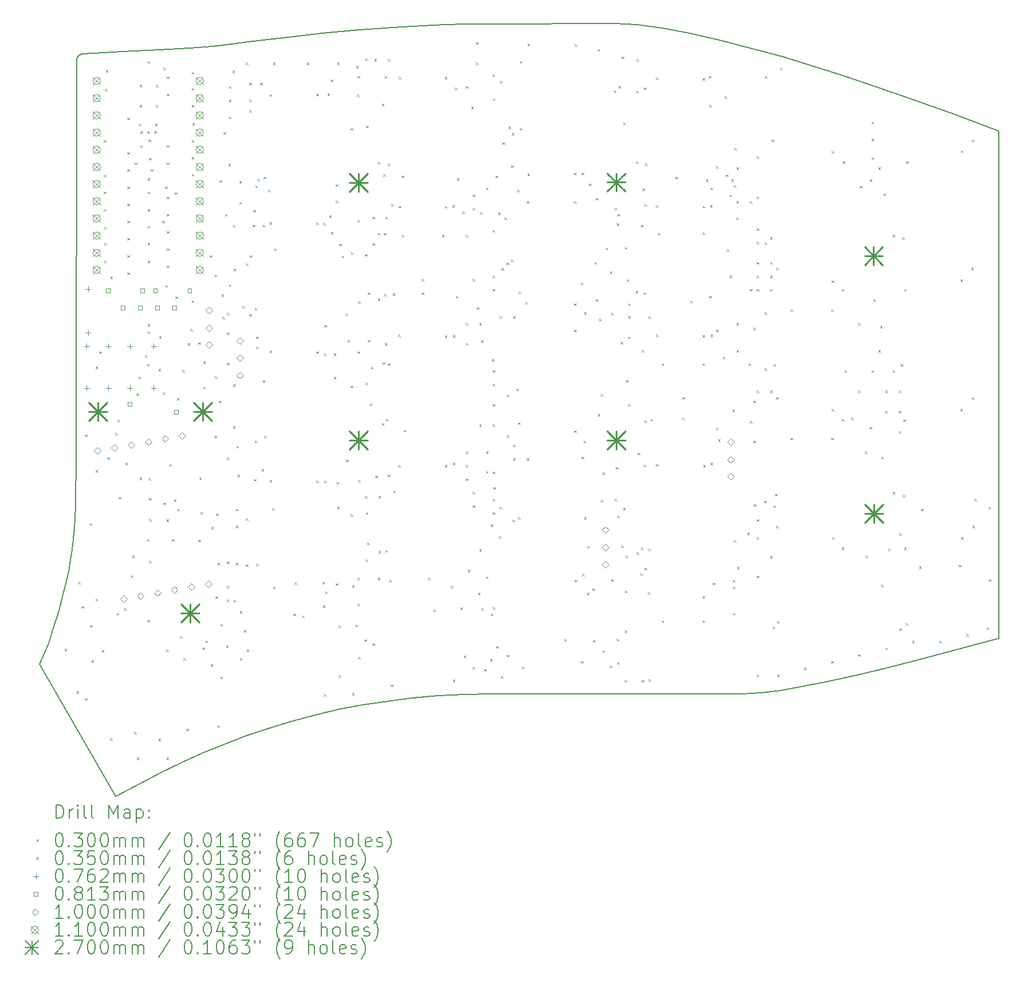
<source format=gbr>
%TF.GenerationSoftware,KiCad,Pcbnew,(6.0.10)*%
%TF.CreationDate,2023-01-19T22:05:44+01:00*%
%TF.ProjectId,SofleKeyboard,536f666c-654b-4657-9962-6f6172642e6b,rev?*%
%TF.SameCoordinates,Original*%
%TF.FileFunction,Drillmap*%
%TF.FilePolarity,Positive*%
%FSLAX45Y45*%
G04 Gerber Fmt 4.5, Leading zero omitted, Abs format (unit mm)*
G04 Created by KiCad (PCBNEW (6.0.10)) date 2023-01-19 22:05:44*
%MOMM*%
%LPD*%
G01*
G04 APERTURE LIST*
%ADD10C,0.200000*%
%ADD11C,0.030000*%
%ADD12C,0.035000*%
%ADD13C,0.076200*%
%ADD14C,0.081280*%
%ADD15C,0.100000*%
%ADD16C,0.110000*%
%ADD17C,0.270000*%
G04 APERTURE END LIST*
D10*
X17116067Y-3374614D02*
X17485685Y-3422008D01*
X17895784Y-3498170D01*
X18336586Y-3598354D01*
X19271187Y-3851789D01*
X20211265Y-4144328D01*
X21078601Y-4437983D01*
X21794973Y-4694767D01*
X22461935Y-4945779D01*
X22466765Y-12450945D01*
X21486558Y-12708691D01*
X20969573Y-12843817D01*
X20452470Y-12972827D01*
X19948602Y-13088005D01*
X19471321Y-13181638D01*
X19246823Y-13217965D01*
X19033980Y-13246011D01*
X18834459Y-13264815D01*
X18649930Y-13273410D01*
X14965209Y-13273500D01*
X14568609Y-13280144D01*
X14180524Y-13299865D01*
X13800637Y-13332343D01*
X13428629Y-13377260D01*
X13064185Y-13434299D01*
X12706985Y-13503140D01*
X12356714Y-13583465D01*
X12013053Y-13674956D01*
X11675686Y-13777294D01*
X11344295Y-13890161D01*
X11018563Y-14013239D01*
X10698171Y-14146209D01*
X10382804Y-14288753D01*
X10072144Y-14440552D01*
X9765873Y-14601288D01*
X9410000Y-14790000D01*
X8280000Y-12830000D01*
X8418867Y-12525577D01*
X8499509Y-12270518D01*
X8568201Y-12039860D01*
X8625939Y-11830250D01*
X8673722Y-11638336D01*
X8712546Y-11460764D01*
X8743410Y-11294182D01*
X8767310Y-11135239D01*
X8785246Y-10980580D01*
X8798213Y-10826854D01*
X8813233Y-10508789D01*
X8827549Y-9736339D01*
X8827544Y-9736339D01*
X8831584Y-3905921D01*
X8831683Y-3901138D01*
X8831978Y-3896402D01*
X8832469Y-3891720D01*
X8833154Y-3887097D01*
X8834031Y-3882540D01*
X8835100Y-3878053D01*
X8836359Y-3873644D01*
X8837807Y-3869318D01*
X8839443Y-3865082D01*
X8841265Y-3860940D01*
X8843272Y-3856899D01*
X8845464Y-3852966D01*
X8847838Y-3849145D01*
X8850393Y-3845443D01*
X8853128Y-3841866D01*
X8856042Y-3838420D01*
X8859133Y-3835111D01*
X8862401Y-3831944D01*
X8865844Y-3828926D01*
X8869460Y-3826062D01*
X8873249Y-3823359D01*
X8877209Y-3820822D01*
X8881339Y-3818458D01*
X8885638Y-3816272D01*
X8890104Y-3814271D01*
X8894736Y-3812460D01*
X8899533Y-3810845D01*
X8904493Y-3809432D01*
X8909616Y-3808227D01*
X8914900Y-3807237D01*
X8920343Y-3806466D01*
X8925945Y-3805921D01*
X9219850Y-3785171D01*
X9504514Y-3769952D01*
X10062030Y-3745449D01*
X10342838Y-3730837D01*
X10630317Y-3711102D01*
X10928444Y-3683577D01*
X11241198Y-3645601D01*
X11581843Y-3601616D01*
X11965701Y-3556514D01*
X12454629Y-3504787D01*
X13020659Y-3453020D01*
X13635827Y-3407799D01*
X13953099Y-3389702D01*
X14272167Y-3375711D01*
X14589537Y-3366649D01*
X14901713Y-3363340D01*
X16796706Y-3360738D01*
X17116067Y-3374614D01*
D11*
X8655000Y-12605000D02*
X8685000Y-12635000D01*
X8685000Y-12605000D02*
X8655000Y-12635000D01*
X8831481Y-13231481D02*
X8861481Y-13261481D01*
X8861481Y-13231481D02*
X8831481Y-13261481D01*
X8852500Y-11612500D02*
X8882500Y-11642500D01*
X8882500Y-11612500D02*
X8852500Y-11642500D01*
X8905000Y-11975000D02*
X8935000Y-12005000D01*
X8935000Y-11975000D02*
X8905000Y-12005000D01*
X8952500Y-9432500D02*
X8982500Y-9462500D01*
X8982500Y-9432500D02*
X8952500Y-9462500D01*
X8955000Y-13335000D02*
X8985000Y-13365000D01*
X8985000Y-13335000D02*
X8955000Y-13365000D01*
X9025000Y-10745000D02*
X9055000Y-10775000D01*
X9055000Y-10745000D02*
X9025000Y-10775000D01*
X9032500Y-12252500D02*
X9062500Y-12282500D01*
X9062500Y-12252500D02*
X9032500Y-12282500D01*
X9052500Y-12772500D02*
X9082500Y-12802500D01*
X9082500Y-12772500D02*
X9052500Y-12802500D01*
X9112500Y-8432500D02*
X9142500Y-8462500D01*
X9142500Y-8432500D02*
X9112500Y-8462500D01*
X9112500Y-9962500D02*
X9142500Y-9992500D01*
X9142500Y-9962500D02*
X9112500Y-9992500D01*
X9112500Y-11862500D02*
X9142500Y-11892500D01*
X9142500Y-11862500D02*
X9112500Y-11892500D01*
X9167500Y-8207500D02*
X9197500Y-8237500D01*
X9197500Y-8207500D02*
X9167500Y-8237500D01*
X9202500Y-12622500D02*
X9232500Y-12652500D01*
X9232500Y-12622500D02*
X9202500Y-12652500D01*
X9232500Y-5082500D02*
X9262500Y-5112500D01*
X9262500Y-5082500D02*
X9232500Y-5112500D01*
X9232500Y-5592500D02*
X9262500Y-5622500D01*
X9262500Y-5592500D02*
X9232500Y-5622500D01*
X9232500Y-5842500D02*
X9262500Y-5872500D01*
X9262500Y-5842500D02*
X9232500Y-5872500D01*
X9232500Y-6102500D02*
X9262500Y-6132500D01*
X9262500Y-6102500D02*
X9232500Y-6132500D01*
X9242500Y-6362500D02*
X9272500Y-6392500D01*
X9272500Y-6362500D02*
X9242500Y-6392500D01*
X9242500Y-6602500D02*
X9272500Y-6632500D01*
X9272500Y-6602500D02*
X9242500Y-6632500D01*
X9242500Y-6862500D02*
X9272500Y-6892500D01*
X9272500Y-6862500D02*
X9242500Y-6892500D01*
X9252500Y-4322500D02*
X9282500Y-4352500D01*
X9282500Y-4322500D02*
X9252500Y-4352500D01*
X9262500Y-4042500D02*
X9292500Y-4072500D01*
X9292500Y-4042500D02*
X9262500Y-4072500D01*
X9282500Y-9772500D02*
X9312500Y-9802500D01*
X9312500Y-9772500D02*
X9282500Y-9802500D01*
X9325000Y-13925000D02*
X9355000Y-13955000D01*
X9355000Y-13925000D02*
X9325000Y-13955000D01*
X9332500Y-7102500D02*
X9362500Y-7132500D01*
X9362500Y-7102500D02*
X9332500Y-7132500D01*
X9402500Y-9412500D02*
X9432500Y-9442500D01*
X9432500Y-9412500D02*
X9402500Y-9442500D01*
X9425000Y-12075000D02*
X9455000Y-12105000D01*
X9455000Y-12075000D02*
X9425000Y-12105000D01*
X9437829Y-9217171D02*
X9467829Y-9247171D01*
X9467829Y-9217171D02*
X9437829Y-9247171D01*
X9455000Y-10355000D02*
X9485000Y-10385000D01*
X9485000Y-10355000D02*
X9455000Y-10385000D01*
X9529125Y-12003503D02*
X9559125Y-12033503D01*
X9559125Y-12003503D02*
X9529125Y-12033503D01*
X9552500Y-9852500D02*
X9582500Y-9882500D01*
X9582500Y-9852500D02*
X9552500Y-9882500D01*
X9578900Y-4752700D02*
X9608900Y-4782700D01*
X9608900Y-4752700D02*
X9578900Y-4782700D01*
X9578900Y-5260700D02*
X9608900Y-5290700D01*
X9608900Y-5260700D02*
X9578900Y-5290700D01*
X9578900Y-5514700D02*
X9608900Y-5544700D01*
X9608900Y-5514700D02*
X9578900Y-5544700D01*
X9578900Y-5768700D02*
X9608900Y-5798700D01*
X9608900Y-5768700D02*
X9578900Y-5798700D01*
X9578900Y-6022700D02*
X9608900Y-6052700D01*
X9608900Y-6022700D02*
X9578900Y-6052700D01*
X9578900Y-6276700D02*
X9608900Y-6306700D01*
X9608900Y-6276700D02*
X9578900Y-6306700D01*
X9578900Y-6530700D02*
X9608900Y-6560700D01*
X9608900Y-6530700D02*
X9578900Y-6560700D01*
X9578900Y-6784700D02*
X9608900Y-6814700D01*
X9608900Y-6784700D02*
X9578900Y-6814700D01*
X9578900Y-7038700D02*
X9608900Y-7068700D01*
X9608900Y-7038700D02*
X9578900Y-7068700D01*
X9632500Y-11522500D02*
X9662500Y-11552500D01*
X9662500Y-11522500D02*
X9632500Y-11552500D01*
X9652500Y-11222500D02*
X9682500Y-11252500D01*
X9682500Y-11222500D02*
X9652500Y-11252500D01*
X9682500Y-13832500D02*
X9712500Y-13862500D01*
X9712500Y-13832500D02*
X9682500Y-13862500D01*
X9692500Y-5413100D02*
X9722500Y-5443100D01*
X9722500Y-5413100D02*
X9692500Y-5443100D01*
X9722500Y-14212500D02*
X9752500Y-14242500D01*
X9752500Y-14212500D02*
X9722500Y-14242500D01*
X9752500Y-4842500D02*
X9782500Y-4872500D01*
X9782500Y-4842500D02*
X9752500Y-4872500D01*
X9762500Y-4262500D02*
X9792500Y-4292500D01*
X9792500Y-4262500D02*
X9762500Y-4292500D01*
X9762500Y-4562500D02*
X9792500Y-4592500D01*
X9792500Y-4562500D02*
X9762500Y-4592500D01*
X9762500Y-10072500D02*
X9792500Y-10102500D01*
X9792500Y-10072500D02*
X9762500Y-10102500D01*
X9772500Y-5159100D02*
X9802500Y-5189100D01*
X9802500Y-5159100D02*
X9772500Y-5189100D01*
X9842500Y-8262500D02*
X9872500Y-8292500D01*
X9872500Y-8262500D02*
X9842500Y-8292500D01*
X9872500Y-10982500D02*
X9902500Y-11012500D01*
X9902500Y-10982500D02*
X9872500Y-11012500D01*
X9876981Y-12178319D02*
X9906981Y-12208319D01*
X9906981Y-12178319D02*
X9876981Y-12208319D01*
X9882500Y-3912500D02*
X9912500Y-3942500D01*
X9912500Y-3912500D02*
X9882500Y-3942500D01*
X9882500Y-5642500D02*
X9912500Y-5672500D01*
X9912500Y-5642500D02*
X9882500Y-5672500D01*
X9882500Y-5842500D02*
X9912500Y-5872500D01*
X9912500Y-5842500D02*
X9882500Y-5872500D01*
X9882500Y-6102500D02*
X9912500Y-6132500D01*
X9912500Y-6102500D02*
X9882500Y-6132500D01*
X9882500Y-6352500D02*
X9912500Y-6382500D01*
X9912500Y-6352500D02*
X9882500Y-6382500D01*
X9882500Y-6602500D02*
X9912500Y-6632500D01*
X9912500Y-6602500D02*
X9882500Y-6632500D01*
X9882500Y-6862500D02*
X9912500Y-6892500D01*
X9912500Y-6862500D02*
X9882500Y-6892500D01*
X9882500Y-7802500D02*
X9912500Y-7832500D01*
X9912500Y-7802500D02*
X9882500Y-7832500D01*
X9882500Y-7908495D02*
X9912500Y-7938495D01*
X9912500Y-7908495D02*
X9882500Y-7938495D01*
X9892500Y-5072500D02*
X9922500Y-5102500D01*
X9922500Y-5072500D02*
X9892500Y-5102500D01*
X9892500Y-10082500D02*
X9922500Y-10112500D01*
X9922500Y-10082500D02*
X9892500Y-10112500D01*
X9902500Y-5342500D02*
X9932500Y-5372500D01*
X9932500Y-5342500D02*
X9902500Y-5372500D01*
X9902500Y-10372500D02*
X9932500Y-10402500D01*
X9932500Y-10372500D02*
X9902500Y-10402500D01*
X9902500Y-10682500D02*
X9932500Y-10712500D01*
X9932500Y-10682500D02*
X9902500Y-10712500D01*
X9902500Y-11302500D02*
X9932500Y-11332500D01*
X9932500Y-11302500D02*
X9902500Y-11332500D01*
X9930300Y-5514700D02*
X9960300Y-5544700D01*
X9960300Y-5514700D02*
X9930300Y-5544700D01*
X9992500Y-4842500D02*
X10022500Y-4872500D01*
X10022500Y-4842500D02*
X9992500Y-4872500D01*
X10002500Y-4262500D02*
X10032500Y-4292500D01*
X10032500Y-4262500D02*
X10002500Y-4292500D01*
X10002500Y-4562500D02*
X10032500Y-4592500D01*
X10032500Y-4562500D02*
X10002500Y-4592500D01*
X10042500Y-8462500D02*
X10072500Y-8492500D01*
X10072500Y-8462500D02*
X10042500Y-8492500D01*
X10042500Y-13932500D02*
X10072500Y-13962500D01*
X10072500Y-13932500D02*
X10042500Y-13962500D01*
X10052500Y-7982500D02*
X10082500Y-8012500D01*
X10082500Y-7982500D02*
X10052500Y-8012500D01*
X10096700Y-6276700D02*
X10126700Y-6306700D01*
X10126700Y-6276700D02*
X10096700Y-6306700D01*
X10105000Y-8810000D02*
X10135000Y-8840000D01*
X10135000Y-8810000D02*
X10105000Y-8840000D01*
X10112500Y-4012500D02*
X10142500Y-4042500D01*
X10142500Y-4012500D02*
X10112500Y-4042500D01*
X10112500Y-10442500D02*
X10142500Y-10472500D01*
X10142500Y-10442500D02*
X10112500Y-10472500D01*
X10138700Y-5768700D02*
X10168700Y-5798700D01*
X10168700Y-5768700D02*
X10138700Y-5798700D01*
X10142500Y-7222500D02*
X10172500Y-7252500D01*
X10172500Y-7222500D02*
X10142500Y-7252500D01*
X10155000Y-12615000D02*
X10185000Y-12645000D01*
X10185000Y-12615000D02*
X10155000Y-12645000D01*
X10162500Y-10692500D02*
X10192500Y-10722500D01*
X10192500Y-10692500D02*
X10162500Y-10722500D01*
X10162500Y-14212500D02*
X10192500Y-14242500D01*
X10192500Y-14212500D02*
X10162500Y-14242500D01*
X10163100Y-4143100D02*
X10193100Y-4173100D01*
X10193100Y-4143100D02*
X10163100Y-4173100D01*
X10163100Y-4397100D02*
X10193100Y-4427100D01*
X10193100Y-4397100D02*
X10163100Y-4427100D01*
X10163100Y-5159100D02*
X10193100Y-5189100D01*
X10193100Y-5159100D02*
X10163100Y-5189100D01*
X10163100Y-5413100D02*
X10193100Y-5443100D01*
X10193100Y-5413100D02*
X10163100Y-5443100D01*
X10163100Y-5921100D02*
X10193100Y-5951100D01*
X10193100Y-5921100D02*
X10163100Y-5951100D01*
X10163100Y-6175100D02*
X10193100Y-6205100D01*
X10193100Y-6175100D02*
X10163100Y-6205100D01*
X10163100Y-6429100D02*
X10193100Y-6459100D01*
X10193100Y-6429100D02*
X10163100Y-6459100D01*
X10163100Y-6683100D02*
X10193100Y-6713100D01*
X10193100Y-6683100D02*
X10163100Y-6713100D01*
X10163100Y-6937100D02*
X10193100Y-6967100D01*
X10193100Y-6937100D02*
X10163100Y-6967100D01*
X10205000Y-9875000D02*
X10235000Y-9905000D01*
X10235000Y-9875000D02*
X10205000Y-9905000D01*
X10242500Y-10982500D02*
X10272500Y-11012500D01*
X10272500Y-10982500D02*
X10242500Y-11012500D01*
X10272500Y-10392500D02*
X10302500Y-10422500D01*
X10302500Y-10392500D02*
X10272500Y-10422500D01*
X10282500Y-5852500D02*
X10312500Y-5882500D01*
X10312500Y-5852500D02*
X10282500Y-5882500D01*
X10292500Y-7392500D02*
X10322500Y-7422500D01*
X10322500Y-7392500D02*
X10292500Y-7422500D01*
X10315000Y-8895000D02*
X10345000Y-8925000D01*
X10345000Y-8895000D02*
X10315000Y-8925000D01*
X10322500Y-10532500D02*
X10352500Y-10562500D01*
X10352500Y-10532500D02*
X10322500Y-10562500D01*
X10360900Y-12418300D02*
X10390900Y-12448300D01*
X10390900Y-12418300D02*
X10360900Y-12448300D01*
X10395000Y-8479950D02*
X10425000Y-8509950D01*
X10425000Y-8479950D02*
X10395000Y-8509950D01*
X10412254Y-12738607D02*
X10442254Y-12768607D01*
X10442254Y-12738607D02*
X10412254Y-12768607D01*
X10455000Y-13785000D02*
X10485000Y-13815000D01*
X10485000Y-13785000D02*
X10455000Y-13815000D01*
X10472500Y-8082500D02*
X10502500Y-8112500D01*
X10502500Y-8082500D02*
X10472500Y-8112500D01*
X10512500Y-7872500D02*
X10542500Y-7902500D01*
X10542500Y-7872500D02*
X10512500Y-7902500D01*
X10532500Y-4072500D02*
X10562500Y-4102500D01*
X10562500Y-4072500D02*
X10532500Y-4102500D01*
X10532500Y-4312500D02*
X10562500Y-4342500D01*
X10562500Y-4312500D02*
X10532500Y-4342500D01*
X10532500Y-4562500D02*
X10562500Y-4592500D01*
X10562500Y-4562500D02*
X10532500Y-4592500D01*
X10532500Y-5082500D02*
X10562500Y-5112500D01*
X10562500Y-5082500D02*
X10532500Y-5112500D01*
X10532500Y-5332500D02*
X10562500Y-5362500D01*
X10562500Y-5332500D02*
X10532500Y-5362500D01*
X10532500Y-5582500D02*
X10562500Y-5612500D01*
X10562500Y-5582500D02*
X10532500Y-5612500D01*
X10532500Y-7452500D02*
X10562500Y-7482500D01*
X10562500Y-7452500D02*
X10532500Y-7482500D01*
X10542500Y-4832500D02*
X10572500Y-4862500D01*
X10572500Y-4832500D02*
X10542500Y-4862500D01*
X10632500Y-8070000D02*
X10662500Y-8100000D01*
X10662500Y-8070000D02*
X10632500Y-8100000D01*
X10632500Y-10992500D02*
X10662500Y-11022500D01*
X10662500Y-10992500D02*
X10632500Y-11022500D01*
X10642500Y-10072500D02*
X10672500Y-10102500D01*
X10672500Y-10072500D02*
X10642500Y-10102500D01*
X10662500Y-10582500D02*
X10692500Y-10612500D01*
X10692500Y-10582500D02*
X10662500Y-10612500D01*
X10691100Y-12583400D02*
X10721100Y-12613400D01*
X10721100Y-12583400D02*
X10691100Y-12613400D01*
X10702500Y-8352500D02*
X10732500Y-8382500D01*
X10732500Y-8352500D02*
X10702500Y-8382500D01*
X10702500Y-8732500D02*
X10732500Y-8762500D01*
X10732500Y-8732500D02*
X10702500Y-8762500D01*
X10738602Y-12479702D02*
X10768602Y-12509702D01*
X10768602Y-12479702D02*
X10738602Y-12509702D01*
X10802500Y-6782500D02*
X10832500Y-6812500D01*
X10832500Y-6782500D02*
X10802500Y-6812500D01*
X10811026Y-12831026D02*
X10841026Y-12861026D01*
X10841026Y-12831026D02*
X10811026Y-12861026D01*
X10822500Y-10802500D02*
X10852500Y-10832500D01*
X10852500Y-10802500D02*
X10822500Y-10832500D01*
X10872500Y-7072500D02*
X10902500Y-7102500D01*
X10902500Y-7072500D02*
X10872500Y-7102500D01*
X10872500Y-9452500D02*
X10902500Y-9482500D01*
X10902500Y-9452500D02*
X10872500Y-9482500D01*
X10875000Y-8575000D02*
X10905000Y-8605000D01*
X10905000Y-8575000D02*
X10875000Y-8605000D01*
X10885000Y-11830000D02*
X10915000Y-11860000D01*
X10915000Y-11830000D02*
X10885000Y-11860000D01*
X10892500Y-10602500D02*
X10922500Y-10632500D01*
X10922500Y-10602500D02*
X10892500Y-10632500D01*
X10915000Y-11335000D02*
X10945000Y-11365000D01*
X10945000Y-11335000D02*
X10915000Y-11365000D01*
X10915000Y-13735000D02*
X10945000Y-13765000D01*
X10945000Y-13735000D02*
X10915000Y-13765000D01*
X10935000Y-8935000D02*
X10965000Y-8965000D01*
X10965000Y-8935000D02*
X10935000Y-8965000D01*
X10942550Y-5675000D02*
X10972550Y-5705000D01*
X10972550Y-5675000D02*
X10942550Y-5705000D01*
X10955000Y-12235000D02*
X10985000Y-12265000D01*
X10985000Y-12235000D02*
X10955000Y-12265000D01*
X10955000Y-13015000D02*
X10985000Y-13045000D01*
X10985000Y-13015000D02*
X10955000Y-13045000D01*
X10972500Y-7362500D02*
X11002500Y-7392500D01*
X11002500Y-7362500D02*
X10972500Y-7392500D01*
X10985000Y-7695000D02*
X11015000Y-7725000D01*
X11015000Y-7695000D02*
X10985000Y-7725000D01*
X11005000Y-4965000D02*
X11035000Y-4995000D01*
X11035000Y-4965000D02*
X11005000Y-4995000D01*
X11025000Y-6175000D02*
X11055000Y-6205000D01*
X11055000Y-6175000D02*
X11025000Y-6205000D01*
X11042998Y-12552998D02*
X11072998Y-12582998D01*
X11072998Y-12552998D02*
X11042998Y-12582998D01*
X11054806Y-11674806D02*
X11084806Y-11704806D01*
X11084806Y-11674806D02*
X11054806Y-11704806D01*
X11055000Y-7635000D02*
X11085000Y-7665000D01*
X11085000Y-7635000D02*
X11055000Y-7665000D01*
X11055000Y-7925000D02*
X11085000Y-7955000D01*
X11085000Y-7925000D02*
X11055000Y-7955000D01*
X11055000Y-8375000D02*
X11085000Y-8405000D01*
X11085000Y-8375000D02*
X11055000Y-8405000D01*
X11055000Y-9775000D02*
X11085000Y-9805000D01*
X11085000Y-9775000D02*
X11055000Y-9805000D01*
X11055000Y-11315000D02*
X11085000Y-11345000D01*
X11085000Y-11315000D02*
X11055000Y-11345000D01*
X11055000Y-11876455D02*
X11085000Y-11906455D01*
X11085000Y-11876455D02*
X11055000Y-11906455D01*
X11075000Y-5435000D02*
X11105000Y-5465000D01*
X11105000Y-5435000D02*
X11075000Y-5465000D01*
X11085000Y-4285000D02*
X11115000Y-4315000D01*
X11115000Y-4285000D02*
X11085000Y-4315000D01*
X11085000Y-4485000D02*
X11115000Y-4515000D01*
X11115000Y-4485000D02*
X11085000Y-4515000D01*
X11085000Y-4735000D02*
X11115000Y-4765000D01*
X11115000Y-4735000D02*
X11085000Y-4765000D01*
X11085000Y-7215000D02*
X11115000Y-7245000D01*
X11115000Y-7215000D02*
X11085000Y-7245000D01*
X11135000Y-4055000D02*
X11165000Y-4085000D01*
X11165000Y-4055000D02*
X11135000Y-4085000D01*
X11145000Y-6335000D02*
X11175000Y-6365000D01*
X11175000Y-6335000D02*
X11145000Y-6365000D01*
X11145000Y-8695000D02*
X11175000Y-8725000D01*
X11175000Y-8695000D02*
X11145000Y-8725000D01*
X11145000Y-9310000D02*
X11175000Y-9340000D01*
X11175000Y-9310000D02*
X11145000Y-9340000D01*
X11152050Y-6981331D02*
X11182050Y-7011331D01*
X11182050Y-6981331D02*
X11152050Y-7011331D01*
X11152500Y-11879201D02*
X11182500Y-11909201D01*
X11182500Y-11879201D02*
X11152500Y-11909201D01*
X11185000Y-10535000D02*
X11215000Y-10565000D01*
X11215000Y-10535000D02*
X11185000Y-10565000D01*
X11185000Y-10785000D02*
X11215000Y-10815000D01*
X11215000Y-10785000D02*
X11185000Y-10815000D01*
X11185000Y-11335000D02*
X11215000Y-11365000D01*
X11215000Y-11335000D02*
X11185000Y-11365000D01*
X11192500Y-9602500D02*
X11222500Y-9632500D01*
X11222500Y-9602500D02*
X11192500Y-9632500D01*
X11212500Y-10032500D02*
X11242500Y-10062500D01*
X11242500Y-10032500D02*
X11212500Y-10062500D01*
X11235000Y-5685000D02*
X11265000Y-5715000D01*
X11265000Y-5685000D02*
X11235000Y-5715000D01*
X11235000Y-5995000D02*
X11265000Y-6025000D01*
X11265000Y-5995000D02*
X11235000Y-6025000D01*
X11245000Y-12045000D02*
X11275000Y-12075000D01*
X11275000Y-12045000D02*
X11245000Y-12075000D01*
X11245000Y-12745000D02*
X11275000Y-12775000D01*
X11275000Y-12745000D02*
X11245000Y-12775000D01*
X11285000Y-7535000D02*
X11315000Y-7565000D01*
X11315000Y-7535000D02*
X11285000Y-7565000D01*
X11305000Y-12325000D02*
X11335000Y-12355000D01*
X11335000Y-12325000D02*
X11305000Y-12355000D01*
X11335000Y-3935000D02*
X11365000Y-3965000D01*
X11365000Y-3935000D02*
X11335000Y-3965000D01*
X11335000Y-6905000D02*
X11365000Y-6935000D01*
X11365000Y-6905000D02*
X11335000Y-6935000D01*
X11335000Y-10675000D02*
X11365000Y-10705000D01*
X11365000Y-10675000D02*
X11335000Y-10705000D01*
X11335000Y-11355000D02*
X11365000Y-11385000D01*
X11365000Y-11355000D02*
X11335000Y-11385000D01*
X11345000Y-12615000D02*
X11375000Y-12645000D01*
X11375000Y-12615000D02*
X11345000Y-12645000D01*
X11385000Y-4235000D02*
X11415000Y-4265000D01*
X11415000Y-4235000D02*
X11385000Y-4265000D01*
X11385000Y-4485000D02*
X11415000Y-4515000D01*
X11415000Y-4485000D02*
X11385000Y-4515000D01*
X11385000Y-4635000D02*
X11415000Y-4665000D01*
X11415000Y-4635000D02*
X11385000Y-4665000D01*
X11385000Y-7655000D02*
X11415000Y-7685000D01*
X11415000Y-7655000D02*
X11385000Y-7685000D01*
X11395000Y-6785000D02*
X11425000Y-6815000D01*
X11425000Y-6785000D02*
X11395000Y-6815000D01*
X11435000Y-6335000D02*
X11465000Y-6365000D01*
X11465000Y-6335000D02*
X11435000Y-6365000D01*
X11445000Y-6115000D02*
X11475000Y-6145000D01*
X11475000Y-6115000D02*
X11445000Y-6145000D01*
X11452500Y-10092500D02*
X11482500Y-10122500D01*
X11482500Y-10092500D02*
X11452500Y-10122500D01*
X11465000Y-7564391D02*
X11495000Y-7594391D01*
X11495000Y-7564391D02*
X11465000Y-7594391D01*
X11465000Y-9525000D02*
X11495000Y-9555000D01*
X11495000Y-9525000D02*
X11465000Y-9555000D01*
X11472500Y-5752500D02*
X11502500Y-5782500D01*
X11502500Y-5752500D02*
X11472500Y-5782500D01*
X11485000Y-7985000D02*
X11515000Y-8015000D01*
X11515000Y-7985000D02*
X11485000Y-8015000D01*
X11485000Y-8135000D02*
X11515000Y-8165000D01*
X11515000Y-8135000D02*
X11485000Y-8165000D01*
X11486194Y-11345000D02*
X11516194Y-11375000D01*
X11516194Y-11345000D02*
X11486194Y-11375000D01*
X11505000Y-5655000D02*
X11535000Y-5685000D01*
X11535000Y-5655000D02*
X11505000Y-5685000D01*
X11545000Y-4235000D02*
X11575000Y-4265000D01*
X11575000Y-4235000D02*
X11545000Y-4265000D01*
X11565000Y-9945000D02*
X11595000Y-9975000D01*
X11595000Y-9945000D02*
X11565000Y-9975000D01*
X11585000Y-6335000D02*
X11615000Y-6365000D01*
X11615000Y-6335000D02*
X11585000Y-6365000D01*
X11585000Y-8635000D02*
X11615000Y-8665000D01*
X11615000Y-8635000D02*
X11585000Y-8665000D01*
X11595000Y-5625000D02*
X11625000Y-5655000D01*
X11625000Y-5625000D02*
X11595000Y-5655000D01*
X11605000Y-9455000D02*
X11635000Y-9485000D01*
X11635000Y-9455000D02*
X11605000Y-9485000D01*
X11662500Y-5812500D02*
X11692500Y-5842500D01*
X11692500Y-5812500D02*
X11662500Y-5842500D01*
X11685000Y-4405000D02*
X11715000Y-4435000D01*
X11715000Y-4405000D02*
X11685000Y-4435000D01*
X11685000Y-6295000D02*
X11715000Y-6325000D01*
X11715000Y-6295000D02*
X11685000Y-6325000D01*
X11685000Y-8195000D02*
X11715000Y-8225000D01*
X11715000Y-8195000D02*
X11685000Y-8225000D01*
X11685000Y-10105000D02*
X11715000Y-10135000D01*
X11715000Y-10105000D02*
X11685000Y-10135000D01*
X11722500Y-10522500D02*
X11752500Y-10552500D01*
X11752500Y-10522500D02*
X11722500Y-10552500D01*
X11735000Y-3935000D02*
X11765000Y-3965000D01*
X11765000Y-3935000D02*
X11735000Y-3965000D01*
X11736074Y-11686074D02*
X11766074Y-11716074D01*
X11766074Y-11686074D02*
X11736074Y-11716074D01*
X11752500Y-6682500D02*
X11782500Y-6712500D01*
X11782500Y-6682500D02*
X11752500Y-6712500D01*
X12035000Y-12085000D02*
X12065000Y-12115000D01*
X12065000Y-12085000D02*
X12035000Y-12115000D01*
X12055000Y-11623624D02*
X12085000Y-11653624D01*
X12085000Y-11623624D02*
X12055000Y-11653624D01*
X12165000Y-12115000D02*
X12195000Y-12145000D01*
X12195000Y-12115000D02*
X12165000Y-12145000D01*
X12235000Y-3935000D02*
X12265000Y-3965000D01*
X12265000Y-3935000D02*
X12235000Y-3965000D01*
X12375000Y-4395000D02*
X12405000Y-4425000D01*
X12405000Y-4395000D02*
X12375000Y-4425000D01*
X12375000Y-6295000D02*
X12405000Y-6325000D01*
X12405000Y-6295000D02*
X12375000Y-6325000D01*
X12375000Y-8205000D02*
X12405000Y-8235000D01*
X12405000Y-8205000D02*
X12375000Y-8235000D01*
X12375000Y-10115000D02*
X12405000Y-10145000D01*
X12405000Y-10115000D02*
X12375000Y-10145000D01*
X12462500Y-11612500D02*
X12492500Y-11642500D01*
X12492500Y-11612500D02*
X12462500Y-11642500D01*
X12472500Y-11962500D02*
X12502500Y-11992500D01*
X12502500Y-11962500D02*
X12472500Y-11992500D01*
X12475000Y-6305000D02*
X12505000Y-6335000D01*
X12505000Y-6305000D02*
X12475000Y-6335000D01*
X12485000Y-8235000D02*
X12515000Y-8265000D01*
X12515000Y-8235000D02*
X12485000Y-8265000D01*
X12485000Y-13275000D02*
X12515000Y-13305000D01*
X12515000Y-13275000D02*
X12485000Y-13305000D01*
X12495000Y-7815000D02*
X12525000Y-7845000D01*
X12525000Y-7815000D02*
X12495000Y-7845000D01*
X12495000Y-10115000D02*
X12525000Y-10145000D01*
X12525000Y-10115000D02*
X12495000Y-10145000D01*
X12505000Y-11755000D02*
X12535000Y-11785000D01*
X12535000Y-11755000D02*
X12505000Y-11785000D01*
X12540000Y-4390000D02*
X12570000Y-4420000D01*
X12570000Y-4390000D02*
X12540000Y-4420000D01*
X12565000Y-6195000D02*
X12595000Y-6225000D01*
X12595000Y-6195000D02*
X12565000Y-6225000D01*
X12585000Y-4185000D02*
X12615000Y-4215000D01*
X12615000Y-4185000D02*
X12585000Y-4215000D01*
X12592500Y-6442500D02*
X12622500Y-6472500D01*
X12622500Y-6442500D02*
X12592500Y-6472500D01*
X12635000Y-8235000D02*
X12665000Y-8265000D01*
X12665000Y-8235000D02*
X12635000Y-8265000D01*
X12635000Y-8585000D02*
X12665000Y-8615000D01*
X12665000Y-8585000D02*
X12635000Y-8615000D01*
X12662500Y-5732500D02*
X12692500Y-5762500D01*
X12692500Y-5732500D02*
X12662500Y-5762500D01*
X12665000Y-5975000D02*
X12695000Y-6005000D01*
X12695000Y-5975000D02*
X12665000Y-6005000D01*
X12665000Y-11635000D02*
X12695000Y-11665000D01*
X12695000Y-11635000D02*
X12665000Y-11665000D01*
X12675000Y-10135000D02*
X12705000Y-10165000D01*
X12705000Y-10135000D02*
X12675000Y-10165000D01*
X12682500Y-10502500D02*
X12712500Y-10532500D01*
X12712500Y-10502500D02*
X12682500Y-10532500D01*
X12685000Y-3935000D02*
X12715000Y-3965000D01*
X12715000Y-3935000D02*
X12685000Y-3965000D01*
X12705000Y-12255000D02*
X12735000Y-12285000D01*
X12735000Y-12255000D02*
X12705000Y-12285000D01*
X12705000Y-12995000D02*
X12735000Y-13025000D01*
X12735000Y-12995000D02*
X12705000Y-13025000D01*
X12712500Y-6612500D02*
X12742500Y-6642500D01*
X12742500Y-6612500D02*
X12712500Y-6642500D01*
X12752500Y-6792500D02*
X12782500Y-6822500D01*
X12782500Y-6792500D02*
X12752500Y-6822500D01*
X12805000Y-7645000D02*
X12835000Y-7675000D01*
X12835000Y-7645000D02*
X12805000Y-7675000D01*
X12815000Y-9805000D02*
X12845000Y-9835000D01*
X12845000Y-9805000D02*
X12815000Y-9835000D01*
X12835000Y-8035000D02*
X12865000Y-8065000D01*
X12865000Y-8035000D02*
X12835000Y-8065000D01*
X12885000Y-4905000D02*
X12915000Y-4935000D01*
X12915000Y-4905000D02*
X12885000Y-4935000D01*
X12885000Y-6735000D02*
X12915000Y-6765000D01*
X12915000Y-6735000D02*
X12885000Y-6765000D01*
X12885000Y-8715000D02*
X12915000Y-8745000D01*
X12915000Y-8715000D02*
X12885000Y-8745000D01*
X12885000Y-10615000D02*
X12915000Y-10645000D01*
X12915000Y-10615000D02*
X12885000Y-10645000D01*
X12905000Y-11665000D02*
X12935000Y-11695000D01*
X12935000Y-11665000D02*
X12905000Y-11695000D01*
X12905000Y-13255000D02*
X12935000Y-13285000D01*
X12935000Y-13255000D02*
X12905000Y-13285000D01*
X12955000Y-12245000D02*
X12985000Y-12275000D01*
X12985000Y-12245000D02*
X12955000Y-12275000D01*
X12965000Y-3985000D02*
X12995000Y-4015000D01*
X12995000Y-3985000D02*
X12965000Y-4015000D01*
X12977500Y-4407500D02*
X13007500Y-4437500D01*
X13007500Y-4407500D02*
X12977500Y-4437500D01*
X12982500Y-8207500D02*
X13012500Y-8237500D01*
X13012500Y-8207500D02*
X12982500Y-8237500D01*
X12982500Y-11552500D02*
X13012500Y-11582500D01*
X13012500Y-11552500D02*
X12982500Y-11582500D01*
X12985000Y-4135000D02*
X13015000Y-4165000D01*
X13015000Y-4135000D02*
X12985000Y-4165000D01*
X12985000Y-6265000D02*
X13015000Y-6295000D01*
X13015000Y-6265000D02*
X12985000Y-6295000D01*
X12985000Y-11935000D02*
X13015000Y-11965000D01*
X13015000Y-11935000D02*
X12985000Y-11965000D01*
X12992500Y-10107500D02*
X13022500Y-10137500D01*
X13022500Y-10107500D02*
X12992500Y-10137500D01*
X12995000Y-7465000D02*
X13025000Y-7495000D01*
X13025000Y-7465000D02*
X12995000Y-7495000D01*
X12995000Y-12725000D02*
X13025000Y-12755000D01*
X13025000Y-12725000D02*
X12995000Y-12755000D01*
X13086000Y-12464000D02*
X13116000Y-12494000D01*
X13116000Y-12464000D02*
X13086000Y-12494000D01*
X13092500Y-10342500D02*
X13122500Y-10372500D01*
X13122500Y-10342500D02*
X13092500Y-10372500D01*
X13095000Y-6765000D02*
X13125000Y-6795000D01*
X13125000Y-6765000D02*
X13095000Y-6795000D01*
X13099071Y-3869950D02*
X13129071Y-3899950D01*
X13129071Y-3869950D02*
X13099071Y-3899950D01*
X13101000Y-8669000D02*
X13131000Y-8699000D01*
X13131000Y-8669000D02*
X13101000Y-8699000D01*
X13102500Y-11282500D02*
X13132500Y-11312500D01*
X13132500Y-11282500D02*
X13102500Y-11312500D01*
X13106000Y-10584000D02*
X13136000Y-10614000D01*
X13136000Y-10584000D02*
X13106000Y-10614000D01*
X13111000Y-4869000D02*
X13141000Y-4899000D01*
X13141000Y-4869000D02*
X13111000Y-4899000D01*
X13122500Y-11032500D02*
X13152500Y-11062500D01*
X13152500Y-11032500D02*
X13122500Y-11062500D01*
X13135000Y-7335000D02*
X13165000Y-7365000D01*
X13165000Y-7335000D02*
X13135000Y-7365000D01*
X13135000Y-8035000D02*
X13165000Y-8065000D01*
X13165000Y-8035000D02*
X13135000Y-8065000D01*
X13165000Y-8975000D02*
X13195000Y-9005000D01*
X13195000Y-8975000D02*
X13165000Y-9005000D01*
X13185000Y-8435000D02*
X13215000Y-8465000D01*
X13215000Y-8435000D02*
X13185000Y-8465000D01*
X13205000Y-6215000D02*
X13235000Y-6245000D01*
X13235000Y-6215000D02*
X13205000Y-6245000D01*
X13205000Y-6605000D02*
X13235000Y-6635000D01*
X13235000Y-6605000D02*
X13205000Y-6635000D01*
X13205000Y-12525000D02*
X13235000Y-12555000D01*
X13235000Y-12525000D02*
X13205000Y-12555000D01*
X13235000Y-3885000D02*
X13265000Y-3915000D01*
X13265000Y-3885000D02*
X13235000Y-3915000D01*
X13245000Y-10045000D02*
X13275000Y-10075000D01*
X13275000Y-10045000D02*
X13245000Y-10075000D01*
X13285000Y-5405000D02*
X13315000Y-5435000D01*
X13315000Y-5405000D02*
X13285000Y-5435000D01*
X13285000Y-6455000D02*
X13315000Y-6485000D01*
X13315000Y-6455000D02*
X13285000Y-6485000D01*
X13285000Y-7425000D02*
X13315000Y-7455000D01*
X13315000Y-7425000D02*
X13285000Y-7455000D01*
X13285000Y-11555000D02*
X13315000Y-11585000D01*
X13315000Y-11555000D02*
X13285000Y-11585000D01*
X13292500Y-10342500D02*
X13322500Y-10372500D01*
X13322500Y-10342500D02*
X13292500Y-10372500D01*
X13295000Y-11155000D02*
X13325000Y-11185000D01*
X13325000Y-11155000D02*
X13295000Y-11185000D01*
X13345000Y-4545000D02*
X13375000Y-4575000D01*
X13375000Y-4545000D02*
X13345000Y-4575000D01*
X13345000Y-9265000D02*
X13375000Y-9295000D01*
X13375000Y-9265000D02*
X13345000Y-9295000D01*
X13355000Y-8365000D02*
X13385000Y-8395000D01*
X13385000Y-8365000D02*
X13355000Y-8395000D01*
X13365000Y-5585000D02*
X13395000Y-5615000D01*
X13395000Y-5585000D02*
X13365000Y-5615000D01*
X13375000Y-6455000D02*
X13405000Y-6485000D01*
X13405000Y-6455000D02*
X13375000Y-6485000D01*
X13375000Y-7355000D02*
X13405000Y-7385000D01*
X13405000Y-7355000D02*
X13375000Y-7385000D01*
X13385000Y-4135000D02*
X13415000Y-4165000D01*
X13415000Y-4135000D02*
X13385000Y-4165000D01*
X13385000Y-8085000D02*
X13415000Y-8115000D01*
X13415000Y-8085000D02*
X13385000Y-8115000D01*
X13395000Y-6215000D02*
X13425000Y-6245000D01*
X13425000Y-6215000D02*
X13395000Y-6245000D01*
X13395000Y-11145000D02*
X13425000Y-11175000D01*
X13425000Y-11145000D02*
X13395000Y-11175000D01*
X13405000Y-9205000D02*
X13435000Y-9235000D01*
X13435000Y-9205000D02*
X13405000Y-9235000D01*
X13435000Y-3885000D02*
X13465000Y-3915000D01*
X13465000Y-3885000D02*
X13435000Y-3915000D01*
X13435000Y-5425000D02*
X13465000Y-5455000D01*
X13465000Y-5425000D02*
X13435000Y-5455000D01*
X13435000Y-8385000D02*
X13465000Y-8415000D01*
X13465000Y-8385000D02*
X13435000Y-8415000D01*
X13435000Y-10025000D02*
X13465000Y-10055000D01*
X13465000Y-10025000D02*
X13435000Y-10055000D01*
X13455000Y-11585000D02*
X13485000Y-11615000D01*
X13485000Y-11585000D02*
X13455000Y-11615000D01*
X13475000Y-13135000D02*
X13505000Y-13165000D01*
X13505000Y-13135000D02*
X13475000Y-13165000D01*
X13482500Y-6027500D02*
X13512500Y-6057500D01*
X13512500Y-6027500D02*
X13482500Y-6057500D01*
X13505000Y-7345000D02*
X13535000Y-7375000D01*
X13535000Y-7345000D02*
X13505000Y-7375000D01*
X13512500Y-10262500D02*
X13542500Y-10292500D01*
X13542500Y-10262500D02*
X13512500Y-10292500D01*
X13585000Y-7955000D02*
X13615000Y-7985000D01*
X13615000Y-7955000D02*
X13585000Y-7985000D01*
X13585000Y-9885000D02*
X13615000Y-9915000D01*
X13615000Y-9885000D02*
X13585000Y-9915000D01*
X13595000Y-4145000D02*
X13625000Y-4175000D01*
X13625000Y-4145000D02*
X13595000Y-4175000D01*
X13595000Y-6055000D02*
X13625000Y-6085000D01*
X13625000Y-6055000D02*
X13595000Y-6085000D01*
X13635000Y-5605000D02*
X13665000Y-5635000D01*
X13665000Y-5605000D02*
X13635000Y-5635000D01*
X13635000Y-6485000D02*
X13665000Y-6515000D01*
X13665000Y-6485000D02*
X13635000Y-6515000D01*
X13665000Y-9365000D02*
X13695000Y-9395000D01*
X13695000Y-9365000D02*
X13665000Y-9395000D01*
X13935000Y-7135000D02*
X13965000Y-7165000D01*
X13965000Y-7135000D02*
X13935000Y-7165000D01*
X13935000Y-7335000D02*
X13965000Y-7365000D01*
X13965000Y-7335000D02*
X13935000Y-7365000D01*
X14025000Y-11555000D02*
X14055000Y-11585000D01*
X14055000Y-11555000D02*
X14025000Y-11585000D01*
X14105000Y-12025000D02*
X14135000Y-12055000D01*
X14135000Y-12025000D02*
X14105000Y-12055000D01*
X14235000Y-6485000D02*
X14265000Y-6515000D01*
X14265000Y-6485000D02*
X14235000Y-6515000D01*
X14275000Y-4145000D02*
X14305000Y-4175000D01*
X14305000Y-4145000D02*
X14275000Y-4175000D01*
X14275000Y-6055000D02*
X14305000Y-6085000D01*
X14305000Y-6055000D02*
X14275000Y-6085000D01*
X14275000Y-7975000D02*
X14305000Y-8005000D01*
X14305000Y-7975000D02*
X14275000Y-8005000D01*
X14275000Y-9885000D02*
X14305000Y-9915000D01*
X14305000Y-9885000D02*
X14275000Y-9915000D01*
X14365000Y-11675000D02*
X14395000Y-11705000D01*
X14395000Y-11675000D02*
X14365000Y-11705000D01*
X14385000Y-6045000D02*
X14415000Y-6075000D01*
X14415000Y-6045000D02*
X14385000Y-6075000D01*
X14392500Y-13062500D02*
X14422500Y-13092500D01*
X14422500Y-13062500D02*
X14392500Y-13092500D01*
X14395000Y-7965000D02*
X14425000Y-7995000D01*
X14425000Y-7965000D02*
X14395000Y-7995000D01*
X14395000Y-9855000D02*
X14425000Y-9885000D01*
X14425000Y-9855000D02*
X14395000Y-9885000D01*
X14425000Y-4305000D02*
X14455000Y-4335000D01*
X14455000Y-4305000D02*
X14425000Y-4335000D01*
X14435000Y-7385000D02*
X14465000Y-7415000D01*
X14465000Y-7385000D02*
X14435000Y-7415000D01*
X14455000Y-5645000D02*
X14485000Y-5675000D01*
X14485000Y-5645000D02*
X14455000Y-5675000D01*
X14505000Y-11995000D02*
X14535000Y-12025000D01*
X14535000Y-11995000D02*
X14505000Y-12025000D01*
X14535000Y-6135000D02*
X14565000Y-6165000D01*
X14565000Y-6135000D02*
X14535000Y-6165000D01*
X14555000Y-12705000D02*
X14585000Y-12735000D01*
X14585000Y-12705000D02*
X14555000Y-12735000D01*
X14585000Y-4285000D02*
X14615000Y-4315000D01*
X14615000Y-4285000D02*
X14585000Y-4315000D01*
X14585000Y-6485000D02*
X14615000Y-6515000D01*
X14615000Y-6485000D02*
X14585000Y-6515000D01*
X14585000Y-7785000D02*
X14615000Y-7815000D01*
X14615000Y-7785000D02*
X14585000Y-7815000D01*
X14585000Y-8085000D02*
X14615000Y-8115000D01*
X14615000Y-8085000D02*
X14585000Y-8115000D01*
X14585000Y-9685000D02*
X14615000Y-9715000D01*
X14615000Y-9685000D02*
X14585000Y-9715000D01*
X14585000Y-9885000D02*
X14615000Y-9915000D01*
X14615000Y-9885000D02*
X14585000Y-9915000D01*
X14585000Y-10085000D02*
X14615000Y-10115000D01*
X14615000Y-10085000D02*
X14585000Y-10115000D01*
X14615000Y-11435000D02*
X14645000Y-11465000D01*
X14645000Y-11435000D02*
X14615000Y-11465000D01*
X14665000Y-4585000D02*
X14695000Y-4615000D01*
X14695000Y-4585000D02*
X14665000Y-4615000D01*
X14685000Y-5885000D02*
X14715000Y-5915000D01*
X14715000Y-5885000D02*
X14685000Y-5915000D01*
X14685000Y-6085000D02*
X14715000Y-6115000D01*
X14715000Y-6085000D02*
X14685000Y-6115000D01*
X14685000Y-7135000D02*
X14715000Y-7165000D01*
X14715000Y-7135000D02*
X14685000Y-7165000D01*
X14685000Y-10285000D02*
X14715000Y-10315000D01*
X14715000Y-10285000D02*
X14685000Y-10315000D01*
X14685000Y-10485000D02*
X14715000Y-10515000D01*
X14715000Y-10485000D02*
X14685000Y-10515000D01*
X14685000Y-12875000D02*
X14715000Y-12905000D01*
X14715000Y-12875000D02*
X14685000Y-12905000D01*
X14735000Y-3635000D02*
X14765000Y-3665000D01*
X14765000Y-3635000D02*
X14735000Y-3665000D01*
X14735000Y-3935000D02*
X14765000Y-3965000D01*
X14765000Y-3935000D02*
X14735000Y-3965000D01*
X14745000Y-7555000D02*
X14775000Y-7585000D01*
X14775000Y-7555000D02*
X14745000Y-7585000D01*
X14765000Y-11775000D02*
X14795000Y-11805000D01*
X14795000Y-11775000D02*
X14765000Y-11805000D01*
X14782500Y-11132500D02*
X14812500Y-11162500D01*
X14812500Y-11132500D02*
X14782500Y-11162500D01*
X14785000Y-7785000D02*
X14815000Y-7815000D01*
X14815000Y-7785000D02*
X14785000Y-7815000D01*
X14785000Y-9285000D02*
X14815000Y-9315000D01*
X14815000Y-9285000D02*
X14785000Y-9315000D01*
X14796250Y-6146250D02*
X14826250Y-6176250D01*
X14826250Y-6146250D02*
X14796250Y-6176250D01*
X14809500Y-8039500D02*
X14839500Y-8069500D01*
X14839500Y-8039500D02*
X14809500Y-8069500D01*
X14815000Y-12005000D02*
X14845000Y-12035000D01*
X14845000Y-12005000D02*
X14815000Y-12035000D01*
X14855000Y-12905000D02*
X14885000Y-12935000D01*
X14885000Y-12905000D02*
X14855000Y-12935000D01*
X14885000Y-5785000D02*
X14915000Y-5815000D01*
X14915000Y-5785000D02*
X14885000Y-5815000D01*
X14885000Y-9685000D02*
X14915000Y-9715000D01*
X14915000Y-9685000D02*
X14885000Y-9715000D01*
X14885000Y-9975000D02*
X14915000Y-10005000D01*
X14915000Y-9975000D02*
X14885000Y-10005000D01*
X14885000Y-11535000D02*
X14915000Y-11565000D01*
X14915000Y-11535000D02*
X14885000Y-11565000D01*
X14945000Y-12755000D02*
X14975000Y-12785000D01*
X14975000Y-12755000D02*
X14945000Y-12785000D01*
X14955000Y-10765000D02*
X14985000Y-10795000D01*
X14985000Y-10765000D02*
X14955000Y-10795000D01*
X14955000Y-12085000D02*
X14985000Y-12115000D01*
X14985000Y-12085000D02*
X14955000Y-12115000D01*
X14971000Y-8319000D02*
X15001000Y-8349000D01*
X15001000Y-8319000D02*
X14971000Y-8349000D01*
X14977500Y-4107500D02*
X15007500Y-4137500D01*
X15007500Y-4107500D02*
X14977500Y-4137500D01*
X14977500Y-6412500D02*
X15007500Y-6442500D01*
X15007500Y-6412500D02*
X14977500Y-6442500D01*
X14985000Y-7085000D02*
X15015000Y-7115000D01*
X15015000Y-7085000D02*
X14985000Y-7115000D01*
X14985000Y-7285000D02*
X15015000Y-7315000D01*
X15015000Y-7285000D02*
X14985000Y-7315000D01*
X14985000Y-8485000D02*
X15015000Y-8515000D01*
X15015000Y-8485000D02*
X14985000Y-8515000D01*
X14985000Y-8685000D02*
X15015000Y-8715000D01*
X15015000Y-8685000D02*
X14985000Y-8715000D01*
X14985000Y-8985000D02*
X15015000Y-9015000D01*
X15015000Y-8985000D02*
X14985000Y-9015000D01*
X14985000Y-9285000D02*
X15015000Y-9315000D01*
X15015000Y-9285000D02*
X14985000Y-9315000D01*
X14985000Y-9985000D02*
X15015000Y-10015000D01*
X15015000Y-9985000D02*
X14985000Y-10015000D01*
X14985000Y-10385000D02*
X15015000Y-10415000D01*
X15015000Y-10385000D02*
X14985000Y-10415000D01*
X14985000Y-10585000D02*
X15015000Y-10615000D01*
X15015000Y-10585000D02*
X14985000Y-10615000D01*
X14985000Y-11985000D02*
X15015000Y-12015000D01*
X15015000Y-11985000D02*
X14985000Y-12015000D01*
X14987500Y-4462500D02*
X15017500Y-4492500D01*
X15017500Y-4462500D02*
X14987500Y-4492500D01*
X14992500Y-10212500D02*
X15022500Y-10242500D01*
X15022500Y-10212500D02*
X14992500Y-10242500D01*
X15025000Y-5605000D02*
X15055000Y-5635000D01*
X15055000Y-5605000D02*
X15025000Y-5635000D01*
X15035000Y-12565000D02*
X15065000Y-12595000D01*
X15065000Y-12565000D02*
X15035000Y-12595000D01*
X15065000Y-6155000D02*
X15095000Y-6185000D01*
X15095000Y-6155000D02*
X15065000Y-6185000D01*
X15075000Y-10935000D02*
X15105000Y-10965000D01*
X15105000Y-10935000D02*
X15075000Y-10965000D01*
X15085000Y-7685000D02*
X15115000Y-7715000D01*
X15115000Y-7685000D02*
X15085000Y-7715000D01*
X15085000Y-10505000D02*
X15115000Y-10535000D01*
X15115000Y-10505000D02*
X15085000Y-10535000D01*
X15095000Y-4205000D02*
X15125000Y-4235000D01*
X15125000Y-4205000D02*
X15095000Y-4235000D01*
X15105000Y-13005000D02*
X15135000Y-13035000D01*
X15135000Y-13005000D02*
X15105000Y-13035000D01*
X15115000Y-6975000D02*
X15145000Y-7005000D01*
X15145000Y-6975000D02*
X15115000Y-7005000D01*
X15125000Y-5115000D02*
X15155000Y-5145000D01*
X15155000Y-5115000D02*
X15125000Y-5145000D01*
X15155000Y-6225000D02*
X15185000Y-6255000D01*
X15185000Y-6225000D02*
X15155000Y-6255000D01*
X15185000Y-6895000D02*
X15215000Y-6925000D01*
X15215000Y-6895000D02*
X15185000Y-6925000D01*
X15195000Y-8845000D02*
X15225000Y-8875000D01*
X15225000Y-8845000D02*
X15195000Y-8875000D01*
X15195000Y-9445000D02*
X15225000Y-9475000D01*
X15225000Y-9445000D02*
X15195000Y-9475000D01*
X15195000Y-12695000D02*
X15225000Y-12725000D01*
X15225000Y-12695000D02*
X15195000Y-12725000D01*
X15215000Y-4885000D02*
X15245000Y-4915000D01*
X15245000Y-4885000D02*
X15215000Y-4915000D01*
X15255000Y-5455000D02*
X15285000Y-5485000D01*
X15285000Y-5455000D02*
X15255000Y-5485000D01*
X15255000Y-6845000D02*
X15285000Y-6875000D01*
X15285000Y-6845000D02*
X15255000Y-6875000D01*
X15265000Y-4975000D02*
X15295000Y-5005000D01*
X15295000Y-4975000D02*
X15265000Y-5005000D01*
X15275000Y-10695000D02*
X15305000Y-10725000D01*
X15305000Y-10695000D02*
X15275000Y-10725000D01*
X15285000Y-7685000D02*
X15315000Y-7715000D01*
X15315000Y-7685000D02*
X15285000Y-7715000D01*
X15285000Y-9585000D02*
X15315000Y-9615000D01*
X15315000Y-9585000D02*
X15285000Y-9615000D01*
X15285000Y-9785000D02*
X15315000Y-9815000D01*
X15315000Y-9785000D02*
X15285000Y-9815000D01*
X15335000Y-8755000D02*
X15365000Y-8785000D01*
X15365000Y-8755000D02*
X15335000Y-8785000D01*
X15345000Y-5815000D02*
X15375000Y-5845000D01*
X15375000Y-5815000D02*
X15345000Y-5845000D01*
X15355000Y-9255000D02*
X15385000Y-9285000D01*
X15385000Y-9255000D02*
X15355000Y-9285000D01*
X15355000Y-10655000D02*
X15385000Y-10685000D01*
X15385000Y-10655000D02*
X15355000Y-10685000D01*
X15362998Y-7322998D02*
X15392998Y-7352998D01*
X15392998Y-7322998D02*
X15362998Y-7352998D01*
X15385000Y-3915000D02*
X15415000Y-3945000D01*
X15415000Y-3915000D02*
X15385000Y-3945000D01*
X15385000Y-4905000D02*
X15415000Y-4935000D01*
X15415000Y-4905000D02*
X15385000Y-4935000D01*
X15415000Y-12865000D02*
X15445000Y-12895000D01*
X15445000Y-12865000D02*
X15415000Y-12895000D01*
X15465000Y-7475000D02*
X15495000Y-7505000D01*
X15495000Y-7475000D02*
X15465000Y-7505000D01*
X15485000Y-5985000D02*
X15515000Y-6015000D01*
X15515000Y-5985000D02*
X15485000Y-6015000D01*
X15485000Y-9785000D02*
X15515000Y-9815000D01*
X15515000Y-9785000D02*
X15485000Y-9815000D01*
X15495000Y-3655000D02*
X15525000Y-3685000D01*
X15525000Y-3655000D02*
X15495000Y-3685000D01*
X15495000Y-5575000D02*
X15525000Y-5605000D01*
X15525000Y-5575000D02*
X15495000Y-5605000D01*
X16042500Y-12462500D02*
X16072500Y-12492500D01*
X16072500Y-12462500D02*
X16042500Y-12492500D01*
X16185000Y-5565000D02*
X16215000Y-5595000D01*
X16215000Y-5565000D02*
X16185000Y-5595000D01*
X16185000Y-5985000D02*
X16215000Y-6015000D01*
X16215000Y-5985000D02*
X16185000Y-6015000D01*
X16185000Y-7495000D02*
X16215000Y-7525000D01*
X16215000Y-7495000D02*
X16185000Y-7525000D01*
X16185000Y-7885000D02*
X16215000Y-7915000D01*
X16215000Y-7885000D02*
X16185000Y-7915000D01*
X16185000Y-9375000D02*
X16215000Y-9405000D01*
X16215000Y-9375000D02*
X16185000Y-9405000D01*
X16195000Y-3665000D02*
X16225000Y-3695000D01*
X16225000Y-3665000D02*
X16195000Y-3695000D01*
X16195000Y-11585000D02*
X16225000Y-11615000D01*
X16225000Y-11585000D02*
X16195000Y-11615000D01*
X16285000Y-7185000D02*
X16315000Y-7215000D01*
X16315000Y-7185000D02*
X16285000Y-7215000D01*
X16285000Y-12785000D02*
X16315000Y-12815000D01*
X16315000Y-12785000D02*
X16285000Y-12815000D01*
X16295000Y-5565000D02*
X16325000Y-5595000D01*
X16325000Y-5565000D02*
X16295000Y-5595000D01*
X16295000Y-9765000D02*
X16325000Y-9795000D01*
X16325000Y-9765000D02*
X16295000Y-9795000D01*
X16305000Y-11495000D02*
X16335000Y-11525000D01*
X16335000Y-11495000D02*
X16305000Y-11525000D01*
X16325000Y-9525000D02*
X16355000Y-9555000D01*
X16355000Y-9525000D02*
X16325000Y-9555000D01*
X16335000Y-7625000D02*
X16365000Y-7655000D01*
X16365000Y-7625000D02*
X16335000Y-7655000D01*
X16335000Y-10655000D02*
X16365000Y-10685000D01*
X16365000Y-10655000D02*
X16335000Y-10685000D01*
X16375000Y-11775000D02*
X16405000Y-11805000D01*
X16405000Y-11775000D02*
X16375000Y-11805000D01*
X16385000Y-11085000D02*
X16415000Y-11115000D01*
X16415000Y-11085000D02*
X16385000Y-11115000D01*
X16405000Y-5725000D02*
X16435000Y-5755000D01*
X16435000Y-5725000D02*
X16405000Y-5755000D01*
X16455000Y-11712550D02*
X16485000Y-11742550D01*
X16485000Y-11712550D02*
X16455000Y-11742550D01*
X16465000Y-12475000D02*
X16495000Y-12505000D01*
X16495000Y-12475000D02*
X16465000Y-12505000D01*
X16485000Y-6885000D02*
X16515000Y-6915000D01*
X16515000Y-6885000D02*
X16485000Y-6915000D01*
X16505000Y-5935000D02*
X16535000Y-5965000D01*
X16535000Y-5935000D02*
X16505000Y-5965000D01*
X16505000Y-7435000D02*
X16535000Y-7465000D01*
X16535000Y-7435000D02*
X16505000Y-7465000D01*
X16535000Y-3735000D02*
X16565000Y-3765000D01*
X16565000Y-3735000D02*
X16535000Y-3765000D01*
X16535000Y-9135000D02*
X16565000Y-9165000D01*
X16565000Y-9135000D02*
X16535000Y-9165000D01*
X16555000Y-7725000D02*
X16585000Y-7755000D01*
X16585000Y-7725000D02*
X16555000Y-7755000D01*
X16585000Y-8835000D02*
X16615000Y-8865000D01*
X16615000Y-8835000D02*
X16585000Y-8865000D01*
X16585000Y-10405000D02*
X16615000Y-10435000D01*
X16615000Y-10405000D02*
X16585000Y-10435000D01*
X16605000Y-9995000D02*
X16635000Y-10025000D01*
X16635000Y-9995000D02*
X16605000Y-10025000D01*
X16605000Y-12625000D02*
X16635000Y-12655000D01*
X16635000Y-12625000D02*
X16605000Y-12655000D01*
X16655000Y-6675000D02*
X16685000Y-6705000D01*
X16685000Y-6675000D02*
X16655000Y-6705000D01*
X16715000Y-7025000D02*
X16745000Y-7055000D01*
X16745000Y-7025000D02*
X16715000Y-7055000D01*
X16715000Y-12855000D02*
X16745000Y-12885000D01*
X16745000Y-12855000D02*
X16715000Y-12885000D01*
X16735000Y-7635000D02*
X16765000Y-7665000D01*
X16765000Y-7635000D02*
X16735000Y-7665000D01*
X16735000Y-11575000D02*
X16765000Y-11605000D01*
X16765000Y-11575000D02*
X16735000Y-11605000D01*
X16775000Y-4345000D02*
X16805000Y-4375000D01*
X16805000Y-4345000D02*
X16775000Y-4375000D01*
X16785000Y-6085000D02*
X16815000Y-6115000D01*
X16815000Y-6085000D02*
X16785000Y-6115000D01*
X16785000Y-10385000D02*
X16815000Y-10415000D01*
X16815000Y-10385000D02*
X16785000Y-10415000D01*
X16803750Y-9916250D02*
X16833750Y-9946250D01*
X16833750Y-9916250D02*
X16803750Y-9946250D01*
X16815000Y-6315000D02*
X16845000Y-6345000D01*
X16845000Y-6315000D02*
X16815000Y-6345000D01*
X16815000Y-12455000D02*
X16845000Y-12485000D01*
X16845000Y-12455000D02*
X16815000Y-12485000D01*
X16825000Y-10635000D02*
X16855000Y-10665000D01*
X16855000Y-10635000D02*
X16825000Y-10665000D01*
X16825000Y-12805000D02*
X16855000Y-12835000D01*
X16855000Y-12805000D02*
X16825000Y-12835000D01*
X16827500Y-6172500D02*
X16857500Y-6202500D01*
X16857500Y-6172500D02*
X16827500Y-6202500D01*
X16840000Y-4280000D02*
X16870000Y-4310000D01*
X16870000Y-4280000D02*
X16840000Y-4310000D01*
X16873750Y-8066250D02*
X16903750Y-8096250D01*
X16903750Y-8066250D02*
X16873750Y-8096250D01*
X16885000Y-11075000D02*
X16915000Y-11105000D01*
X16915000Y-11075000D02*
X16885000Y-11105000D01*
X16888700Y-3845800D02*
X16918700Y-3875800D01*
X16918700Y-3845800D02*
X16888700Y-3875800D01*
X16910000Y-4820000D02*
X16940000Y-4850000D01*
X16940000Y-4820000D02*
X16910000Y-4850000D01*
X16910000Y-10520000D02*
X16940000Y-10550000D01*
X16940000Y-10520000D02*
X16910000Y-10550000D01*
X16935000Y-6665000D02*
X16965000Y-6695000D01*
X16965000Y-6665000D02*
X16935000Y-6695000D01*
X16935000Y-11745000D02*
X16965000Y-11775000D01*
X16965000Y-11745000D02*
X16935000Y-11775000D01*
X16935000Y-12335000D02*
X16965000Y-12365000D01*
X16965000Y-12335000D02*
X16935000Y-12365000D01*
X16935000Y-13065000D02*
X16965000Y-13095000D01*
X16965000Y-13065000D02*
X16935000Y-13095000D01*
X16945000Y-11225000D02*
X16975000Y-11255000D01*
X16975000Y-11225000D02*
X16945000Y-11255000D01*
X16957500Y-8627500D02*
X16987500Y-8657500D01*
X16987500Y-8627500D02*
X16957500Y-8657500D01*
X16965000Y-7145000D02*
X16995000Y-7175000D01*
X16995000Y-7145000D02*
X16965000Y-7175000D01*
X16985000Y-7495000D02*
X17015000Y-7525000D01*
X17015000Y-7495000D02*
X16985000Y-7525000D01*
X16985000Y-7685000D02*
X17015000Y-7715000D01*
X17015000Y-7685000D02*
X16985000Y-7715000D01*
X16985000Y-7985000D02*
X17015000Y-8015000D01*
X17015000Y-7985000D02*
X16985000Y-8015000D01*
X16985000Y-8985000D02*
X17015000Y-9015000D01*
X17015000Y-8985000D02*
X16985000Y-9015000D01*
X17095000Y-7315000D02*
X17125000Y-7345000D01*
X17125000Y-7315000D02*
X17095000Y-7345000D01*
X17105000Y-4355000D02*
X17135000Y-4385000D01*
X17135000Y-4355000D02*
X17105000Y-4385000D01*
X17105000Y-5395000D02*
X17135000Y-5425000D01*
X17135000Y-5395000D02*
X17105000Y-5425000D01*
X17109950Y-11175000D02*
X17139950Y-11205000D01*
X17139950Y-11175000D02*
X17109950Y-11205000D01*
X17110000Y-3885000D02*
X17140000Y-3915000D01*
X17140000Y-3885000D02*
X17110000Y-3915000D01*
X17125000Y-9705000D02*
X17155000Y-9735000D01*
X17155000Y-9705000D02*
X17125000Y-9735000D01*
X17165000Y-11485000D02*
X17195000Y-11515000D01*
X17195000Y-11485000D02*
X17165000Y-11515000D01*
X17175000Y-6335000D02*
X17205000Y-6365000D01*
X17205000Y-6335000D02*
X17175000Y-6365000D01*
X17175000Y-11105000D02*
X17205000Y-11135000D01*
X17205000Y-11105000D02*
X17175000Y-11135000D01*
X17185000Y-8185000D02*
X17215000Y-8215000D01*
X17215000Y-8185000D02*
X17185000Y-8215000D01*
X17185000Y-13065000D02*
X17215000Y-13095000D01*
X17215000Y-13065000D02*
X17185000Y-13095000D01*
X17195000Y-5795000D02*
X17225000Y-5825000D01*
X17225000Y-5795000D02*
X17195000Y-5825000D01*
X17212500Y-9882500D02*
X17242500Y-9912500D01*
X17242500Y-9882500D02*
X17212500Y-9912500D01*
X17215000Y-7335000D02*
X17245000Y-7365000D01*
X17245000Y-7335000D02*
X17215000Y-7365000D01*
X17218900Y-4303000D02*
X17248900Y-4333000D01*
X17248900Y-4303000D02*
X17218900Y-4333000D01*
X17225000Y-6025000D02*
X17255000Y-6055000D01*
X17255000Y-6025000D02*
X17225000Y-6055000D01*
X17225000Y-9225000D02*
X17255000Y-9255000D01*
X17255000Y-9225000D02*
X17225000Y-9255000D01*
X17225000Y-11405000D02*
X17255000Y-11435000D01*
X17255000Y-11405000D02*
X17225000Y-11435000D01*
X17235000Y-5425000D02*
X17265000Y-5455000D01*
X17265000Y-5425000D02*
X17235000Y-5455000D01*
X17275000Y-11765000D02*
X17305000Y-11795000D01*
X17305000Y-11765000D02*
X17275000Y-11795000D01*
X17285000Y-7685000D02*
X17315000Y-7715000D01*
X17315000Y-7685000D02*
X17285000Y-7715000D01*
X17285000Y-11125000D02*
X17315000Y-11155000D01*
X17315000Y-11125000D02*
X17285000Y-11155000D01*
X17285000Y-13055000D02*
X17315000Y-13085000D01*
X17315000Y-13055000D02*
X17285000Y-13085000D01*
X17315000Y-9205000D02*
X17345000Y-9235000D01*
X17345000Y-9205000D02*
X17315000Y-9235000D01*
X17395000Y-4155000D02*
X17425000Y-4185000D01*
X17425000Y-4155000D02*
X17395000Y-4185000D01*
X17395000Y-6045000D02*
X17425000Y-6075000D01*
X17425000Y-6045000D02*
X17395000Y-6075000D01*
X17395000Y-7955000D02*
X17425000Y-7985000D01*
X17425000Y-7955000D02*
X17395000Y-7985000D01*
X17395000Y-9875000D02*
X17425000Y-9905000D01*
X17425000Y-9875000D02*
X17395000Y-9905000D01*
X17425000Y-6455000D02*
X17455000Y-6485000D01*
X17455000Y-6455000D02*
X17425000Y-6485000D01*
X17485000Y-8385000D02*
X17515000Y-8415000D01*
X17515000Y-8385000D02*
X17485000Y-8415000D01*
X17485000Y-12185000D02*
X17515000Y-12215000D01*
X17515000Y-12185000D02*
X17485000Y-12215000D01*
X17685000Y-5625000D02*
X17715000Y-5655000D01*
X17715000Y-5625000D02*
X17685000Y-5655000D01*
X17785000Y-8885000D02*
X17815000Y-8915000D01*
X17815000Y-8885000D02*
X17785000Y-8915000D01*
X17785000Y-9185000D02*
X17815000Y-9215000D01*
X17815000Y-9185000D02*
X17785000Y-9215000D01*
X17905000Y-7455000D02*
X17935000Y-7485000D01*
X17935000Y-7455000D02*
X17905000Y-7485000D01*
X18085000Y-4165000D02*
X18115000Y-4195000D01*
X18115000Y-4165000D02*
X18085000Y-4195000D01*
X18085000Y-6055000D02*
X18115000Y-6085000D01*
X18115000Y-6055000D02*
X18085000Y-6085000D01*
X18085000Y-6445000D02*
X18115000Y-6475000D01*
X18115000Y-6445000D02*
X18085000Y-6475000D01*
X18085000Y-7965000D02*
X18115000Y-7995000D01*
X18115000Y-7965000D02*
X18085000Y-7995000D01*
X18085000Y-8385000D02*
X18115000Y-8415000D01*
X18115000Y-8385000D02*
X18085000Y-8415000D01*
X18085000Y-11825000D02*
X18115000Y-11855000D01*
X18115000Y-11825000D02*
X18085000Y-11855000D01*
X18085000Y-12185000D02*
X18115000Y-12215000D01*
X18115000Y-12185000D02*
X18085000Y-12215000D01*
X18095000Y-9885000D02*
X18125000Y-9915000D01*
X18125000Y-9885000D02*
X18095000Y-9915000D01*
X18135000Y-5660000D02*
X18165000Y-5690000D01*
X18165000Y-5660000D02*
X18135000Y-5690000D01*
X18175000Y-4135000D02*
X18205000Y-4165000D01*
X18205000Y-4135000D02*
X18175000Y-4165000D01*
X18185000Y-4560000D02*
X18215000Y-4590000D01*
X18215000Y-4560000D02*
X18185000Y-4590000D01*
X18185000Y-7385000D02*
X18215000Y-7415000D01*
X18215000Y-7385000D02*
X18185000Y-7415000D01*
X18195000Y-6045000D02*
X18225000Y-6075000D01*
X18225000Y-6045000D02*
X18195000Y-6075000D01*
X18205000Y-5785000D02*
X18235000Y-5815000D01*
X18235000Y-5785000D02*
X18205000Y-5815000D01*
X18205000Y-7955000D02*
X18235000Y-7985000D01*
X18235000Y-7955000D02*
X18205000Y-7985000D01*
X18205000Y-9855000D02*
X18235000Y-9885000D01*
X18235000Y-9855000D02*
X18205000Y-9885000D01*
X18235000Y-11625000D02*
X18265000Y-11655000D01*
X18265000Y-11625000D02*
X18235000Y-11655000D01*
X18285000Y-5465000D02*
X18315000Y-5495000D01*
X18315000Y-5465000D02*
X18285000Y-5495000D01*
X18285000Y-7885000D02*
X18315000Y-7915000D01*
X18315000Y-7885000D02*
X18285000Y-7915000D01*
X18285000Y-9335000D02*
X18315000Y-9365000D01*
X18315000Y-9335000D02*
X18285000Y-9365000D01*
X18315000Y-9505000D02*
X18345000Y-9535000D01*
X18345000Y-9505000D02*
X18315000Y-9535000D01*
X18385000Y-8285000D02*
X18415000Y-8315000D01*
X18415000Y-8285000D02*
X18385000Y-8315000D01*
X18410000Y-4435000D02*
X18440000Y-4465000D01*
X18440000Y-4435000D02*
X18410000Y-4465000D01*
X18430000Y-5590000D02*
X18460000Y-5620000D01*
X18460000Y-5590000D02*
X18430000Y-5620000D01*
X18445000Y-6695000D02*
X18475000Y-6725000D01*
X18475000Y-6695000D02*
X18445000Y-6725000D01*
X18485000Y-5885000D02*
X18515000Y-5915000D01*
X18515000Y-5885000D02*
X18485000Y-5915000D01*
X18485000Y-7085000D02*
X18515000Y-7115000D01*
X18515000Y-7085000D02*
X18485000Y-7115000D01*
X18510000Y-5660000D02*
X18540000Y-5690000D01*
X18540000Y-5660000D02*
X18510000Y-5690000D01*
X18525000Y-9065000D02*
X18555000Y-9095000D01*
X18555000Y-9065000D02*
X18525000Y-9095000D01*
X18535000Y-11585000D02*
X18565000Y-11615000D01*
X18565000Y-11585000D02*
X18535000Y-11615000D01*
X18535000Y-11685000D02*
X18565000Y-11715000D01*
X18565000Y-11685000D02*
X18535000Y-11715000D01*
X18535000Y-12075000D02*
X18565000Y-12105000D01*
X18565000Y-12075000D02*
X18535000Y-12105000D01*
X18545000Y-5745000D02*
X18575000Y-5775000D01*
X18575000Y-5745000D02*
X18545000Y-5775000D01*
X18545000Y-10995000D02*
X18575000Y-11025000D01*
X18575000Y-10995000D02*
X18545000Y-11025000D01*
X18555000Y-5195000D02*
X18585000Y-5225000D01*
X18585000Y-5195000D02*
X18555000Y-5225000D01*
X18584993Y-6224474D02*
X18614993Y-6254474D01*
X18614993Y-6224474D02*
X18584993Y-6254474D01*
X18585000Y-5485000D02*
X18615000Y-5515000D01*
X18615000Y-5485000D02*
X18585000Y-5515000D01*
X18585000Y-5985000D02*
X18615000Y-6015000D01*
X18615000Y-5985000D02*
X18585000Y-6015000D01*
X18585000Y-7785000D02*
X18615000Y-7815000D01*
X18615000Y-7785000D02*
X18585000Y-7815000D01*
X18585000Y-8185000D02*
X18615000Y-8215000D01*
X18615000Y-8185000D02*
X18585000Y-8215000D01*
X18595000Y-11395000D02*
X18625000Y-11425000D01*
X18625000Y-11395000D02*
X18595000Y-11425000D01*
X18745000Y-10885000D02*
X18775000Y-10915000D01*
X18775000Y-10885000D02*
X18745000Y-10915000D01*
X18765000Y-8385000D02*
X18795000Y-8415000D01*
X18795000Y-8385000D02*
X18765000Y-8415000D01*
X18785000Y-5985000D02*
X18815000Y-6015000D01*
X18815000Y-5985000D02*
X18785000Y-6015000D01*
X18785000Y-7285000D02*
X18815000Y-7315000D01*
X18815000Y-7285000D02*
X18785000Y-7315000D01*
X18785000Y-9235000D02*
X18815000Y-9265000D01*
X18815000Y-9235000D02*
X18785000Y-9265000D01*
X18835000Y-8935000D02*
X18865000Y-8965000D01*
X18865000Y-8935000D02*
X18835000Y-8965000D01*
X18835000Y-9525000D02*
X18865000Y-9555000D01*
X18865000Y-9525000D02*
X18835000Y-9555000D01*
X18836000Y-7854000D02*
X18866000Y-7884000D01*
X18866000Y-7854000D02*
X18836000Y-7884000D01*
X18845000Y-10465000D02*
X18875000Y-10495000D01*
X18875000Y-10465000D02*
X18845000Y-10495000D01*
X18885000Y-5325000D02*
X18915000Y-5355000D01*
X18915000Y-5325000D02*
X18885000Y-5355000D01*
X18885000Y-5915000D02*
X18915000Y-5945000D01*
X18915000Y-5915000D02*
X18885000Y-5945000D01*
X18885000Y-6385000D02*
X18915000Y-6415000D01*
X18915000Y-6385000D02*
X18885000Y-6415000D01*
X18885000Y-6585000D02*
X18915000Y-6615000D01*
X18915000Y-6585000D02*
X18885000Y-6615000D01*
X18885000Y-6885000D02*
X18915000Y-6915000D01*
X18915000Y-6885000D02*
X18885000Y-6915000D01*
X18885000Y-7085000D02*
X18915000Y-7115000D01*
X18915000Y-7085000D02*
X18885000Y-7115000D01*
X18885000Y-7285000D02*
X18915000Y-7315000D01*
X18915000Y-7285000D02*
X18885000Y-7315000D01*
X18885000Y-8785000D02*
X18915000Y-8815000D01*
X18915000Y-8785000D02*
X18885000Y-8815000D01*
X18885000Y-10685000D02*
X18915000Y-10715000D01*
X18915000Y-10685000D02*
X18885000Y-10715000D01*
X18885000Y-10955000D02*
X18915000Y-10985000D01*
X18915000Y-10955000D02*
X18885000Y-10985000D01*
X18885000Y-11525000D02*
X18915000Y-11555000D01*
X18915000Y-11525000D02*
X18885000Y-11555000D01*
X18885000Y-12985000D02*
X18915000Y-13015000D01*
X18915000Y-12985000D02*
X18885000Y-13015000D01*
X18995000Y-10415000D02*
X19025000Y-10445000D01*
X19025000Y-10415000D02*
X18995000Y-10445000D01*
X19005000Y-6595000D02*
X19035000Y-6625000D01*
X19035000Y-6595000D02*
X19005000Y-6625000D01*
X19005000Y-7625000D02*
X19035000Y-7655000D01*
X19035000Y-7625000D02*
X19005000Y-7655000D01*
X19005000Y-8455000D02*
X19035000Y-8485000D01*
X19035000Y-8455000D02*
X19005000Y-8485000D01*
X19010000Y-4135000D02*
X19040000Y-4165000D01*
X19040000Y-4135000D02*
X19010000Y-4165000D01*
X19085000Y-6515000D02*
X19115000Y-6545000D01*
X19115000Y-6515000D02*
X19085000Y-6545000D01*
X19085000Y-6885000D02*
X19115000Y-6915000D01*
X19115000Y-6885000D02*
X19085000Y-6915000D01*
X19085000Y-7085000D02*
X19115000Y-7115000D01*
X19115000Y-7085000D02*
X19085000Y-7115000D01*
X19085000Y-7285000D02*
X19115000Y-7315000D01*
X19115000Y-7285000D02*
X19085000Y-7315000D01*
X19085000Y-8785000D02*
X19115000Y-8815000D01*
X19115000Y-8785000D02*
X19085000Y-8815000D01*
X19085000Y-11235000D02*
X19115000Y-11265000D01*
X19115000Y-11235000D02*
X19085000Y-11265000D01*
X19105000Y-5075000D02*
X19135000Y-5105000D01*
X19135000Y-5075000D02*
X19105000Y-5105000D01*
X19125000Y-12275000D02*
X19155000Y-12305000D01*
X19155000Y-12275000D02*
X19125000Y-12305000D01*
X19135000Y-8392550D02*
X19165000Y-8422550D01*
X19165000Y-8392550D02*
X19135000Y-8422550D01*
X19135000Y-10485000D02*
X19165000Y-10515000D01*
X19165000Y-10485000D02*
X19135000Y-10515000D01*
X19155000Y-10315000D02*
X19185000Y-10345000D01*
X19185000Y-10315000D02*
X19155000Y-10345000D01*
X19175000Y-6965000D02*
X19205000Y-6995000D01*
X19205000Y-6965000D02*
X19175000Y-6995000D01*
X19175000Y-8885000D02*
X19205000Y-8915000D01*
X19205000Y-8885000D02*
X19175000Y-8915000D01*
X19175000Y-10785000D02*
X19205000Y-10815000D01*
X19205000Y-10785000D02*
X19175000Y-10815000D01*
X19185000Y-12195000D02*
X19215000Y-12225000D01*
X19215000Y-12195000D02*
X19185000Y-12225000D01*
X19185000Y-12985000D02*
X19215000Y-13015000D01*
X19215000Y-12985000D02*
X19185000Y-13015000D01*
X19235000Y-4010000D02*
X19265000Y-4040000D01*
X19265000Y-4010000D02*
X19235000Y-4040000D01*
X19385000Y-7585000D02*
X19415000Y-7615000D01*
X19415000Y-7585000D02*
X19385000Y-7615000D01*
X19385000Y-9485000D02*
X19415000Y-9515000D01*
X19415000Y-9485000D02*
X19385000Y-9515000D01*
X19585000Y-12885000D02*
X19615000Y-12915000D01*
X19615000Y-12885000D02*
X19585000Y-12915000D01*
X19985000Y-7585000D02*
X20015000Y-7615000D01*
X20015000Y-7585000D02*
X19985000Y-7615000D01*
X19985000Y-9485000D02*
X20015000Y-9515000D01*
X20015000Y-9485000D02*
X19985000Y-9515000D01*
X19985000Y-12785000D02*
X20015000Y-12815000D01*
X20015000Y-12785000D02*
X19985000Y-12815000D01*
X19995000Y-5245000D02*
X20025000Y-5275000D01*
X20025000Y-5245000D02*
X19995000Y-5275000D01*
X19995000Y-7155000D02*
X20025000Y-7185000D01*
X20025000Y-7155000D02*
X19995000Y-7185000D01*
X19995000Y-9055000D02*
X20025000Y-9085000D01*
X20025000Y-9055000D02*
X19995000Y-9085000D01*
X20005000Y-10955000D02*
X20035000Y-10985000D01*
X20035000Y-10955000D02*
X20005000Y-10985000D01*
X20145000Y-7285000D02*
X20175000Y-7315000D01*
X20175000Y-7285000D02*
X20145000Y-7315000D01*
X20145000Y-9205000D02*
X20175000Y-9235000D01*
X20175000Y-9205000D02*
X20145000Y-9235000D01*
X20145000Y-11105000D02*
X20175000Y-11135000D01*
X20175000Y-11105000D02*
X20145000Y-11135000D01*
X20155000Y-5395000D02*
X20185000Y-5425000D01*
X20185000Y-5395000D02*
X20155000Y-5425000D01*
X20185000Y-8485000D02*
X20215000Y-8515000D01*
X20215000Y-8485000D02*
X20185000Y-8515000D01*
X20285000Y-9185000D02*
X20315000Y-9215000D01*
X20315000Y-9185000D02*
X20285000Y-9215000D01*
X20385000Y-7785000D02*
X20415000Y-7815000D01*
X20415000Y-7785000D02*
X20385000Y-7815000D01*
X20385000Y-8785000D02*
X20415000Y-8815000D01*
X20415000Y-8785000D02*
X20385000Y-8815000D01*
X20385000Y-12685000D02*
X20415000Y-12715000D01*
X20415000Y-12685000D02*
X20385000Y-12715000D01*
X20410000Y-5760000D02*
X20440000Y-5790000D01*
X20440000Y-5760000D02*
X20410000Y-5790000D01*
X20485000Y-9685000D02*
X20515000Y-9715000D01*
X20515000Y-9685000D02*
X20485000Y-9715000D01*
X20495000Y-11225000D02*
X20525000Y-11255000D01*
X20525000Y-11225000D02*
X20495000Y-11255000D01*
X20555000Y-9325000D02*
X20585000Y-9355000D01*
X20585000Y-9325000D02*
X20555000Y-9355000D01*
X20560000Y-5660000D02*
X20590000Y-5690000D01*
X20590000Y-5660000D02*
X20560000Y-5690000D01*
X20585000Y-4810000D02*
X20615000Y-4840000D01*
X20615000Y-4810000D02*
X20585000Y-4840000D01*
X20585000Y-5060000D02*
X20615000Y-5090000D01*
X20615000Y-5060000D02*
X20585000Y-5090000D01*
X20585000Y-5335000D02*
X20615000Y-5365000D01*
X20615000Y-5335000D02*
X20585000Y-5365000D01*
X20585000Y-8485000D02*
X20615000Y-8515000D01*
X20615000Y-8485000D02*
X20585000Y-8515000D01*
X20607500Y-7435000D02*
X20637500Y-7465000D01*
X20637500Y-7435000D02*
X20607500Y-7465000D01*
X20685000Y-5485000D02*
X20715000Y-5515000D01*
X20715000Y-5485000D02*
X20685000Y-5515000D01*
X20685000Y-8185000D02*
X20715000Y-8215000D01*
X20715000Y-8185000D02*
X20685000Y-8215000D01*
X20711000Y-7829000D02*
X20741000Y-7859000D01*
X20741000Y-7829000D02*
X20711000Y-7859000D01*
X20723500Y-11656500D02*
X20753500Y-11686500D01*
X20753500Y-11656500D02*
X20723500Y-11686500D01*
X20726000Y-9764000D02*
X20756000Y-9794000D01*
X20756000Y-9764000D02*
X20726000Y-9794000D01*
X20760000Y-5870000D02*
X20790000Y-5900000D01*
X20790000Y-5870000D02*
X20760000Y-5900000D01*
X20785000Y-8785000D02*
X20815000Y-8815000D01*
X20815000Y-8785000D02*
X20785000Y-8815000D01*
X20785000Y-9085000D02*
X20815000Y-9115000D01*
X20815000Y-9085000D02*
X20785000Y-9115000D01*
X20785000Y-12585000D02*
X20815000Y-12615000D01*
X20815000Y-12585000D02*
X20785000Y-12615000D01*
X20832550Y-11125000D02*
X20862550Y-11155000D01*
X20862550Y-11125000D02*
X20832550Y-11155000D01*
X20895000Y-6485000D02*
X20925000Y-6515000D01*
X20925000Y-6485000D02*
X20895000Y-6515000D01*
X20895000Y-8485000D02*
X20925000Y-8515000D01*
X20925000Y-8485000D02*
X20895000Y-8515000D01*
X20895000Y-10285000D02*
X20925000Y-10315000D01*
X20925000Y-10285000D02*
X20895000Y-10315000D01*
X20985000Y-8785000D02*
X21015000Y-8815000D01*
X21015000Y-8785000D02*
X20985000Y-8815000D01*
X20985000Y-9085000D02*
X21015000Y-9115000D01*
X21015000Y-9085000D02*
X20985000Y-9115000D01*
X20985000Y-9385000D02*
X21015000Y-9415000D01*
X21015000Y-9385000D02*
X20985000Y-9415000D01*
X20995000Y-10895000D02*
X21025000Y-10925000D01*
X21025000Y-10895000D02*
X20995000Y-10925000D01*
X20995000Y-12305000D02*
X21025000Y-12335000D01*
X21025000Y-12305000D02*
X20995000Y-12335000D01*
X21015000Y-8395000D02*
X21045000Y-8425000D01*
X21045000Y-8395000D02*
X21015000Y-8425000D01*
X21035000Y-6515000D02*
X21065000Y-6545000D01*
X21065000Y-6515000D02*
X21035000Y-6545000D01*
X21045000Y-10325000D02*
X21075000Y-10355000D01*
X21075000Y-10325000D02*
X21045000Y-10355000D01*
X21055000Y-9215000D02*
X21085000Y-9245000D01*
X21085000Y-9215000D02*
X21055000Y-9245000D01*
X21065000Y-7285000D02*
X21095000Y-7315000D01*
X21095000Y-7285000D02*
X21065000Y-7315000D01*
X21065000Y-11105000D02*
X21095000Y-11135000D01*
X21095000Y-11105000D02*
X21065000Y-11135000D01*
X21085000Y-12225000D02*
X21115000Y-12255000D01*
X21115000Y-12225000D02*
X21085000Y-12255000D01*
X21095000Y-5395000D02*
X21125000Y-5425000D01*
X21125000Y-5395000D02*
X21095000Y-5425000D01*
X21185000Y-12485000D02*
X21215000Y-12515000D01*
X21215000Y-12485000D02*
X21185000Y-12515000D01*
X21285000Y-11385000D02*
X21315000Y-11415000D01*
X21315000Y-11385000D02*
X21285000Y-11415000D01*
X21315000Y-10535000D02*
X21345000Y-10565000D01*
X21345000Y-10535000D02*
X21315000Y-10565000D01*
X21585000Y-12485000D02*
X21615000Y-12515000D01*
X21615000Y-12485000D02*
X21585000Y-12515000D01*
X21875000Y-11365000D02*
X21905000Y-11395000D01*
X21905000Y-11365000D02*
X21875000Y-11395000D01*
X21895000Y-7145000D02*
X21925000Y-7175000D01*
X21925000Y-7145000D02*
X21895000Y-7175000D01*
X21895000Y-9055000D02*
X21925000Y-9085000D01*
X21925000Y-9055000D02*
X21895000Y-9085000D01*
X21905000Y-5235000D02*
X21935000Y-5265000D01*
X21935000Y-5235000D02*
X21905000Y-5265000D01*
X21905000Y-10955000D02*
X21935000Y-10985000D01*
X21935000Y-10955000D02*
X21905000Y-10985000D01*
X21985000Y-12385000D02*
X22015000Y-12415000D01*
X22015000Y-12385000D02*
X21985000Y-12415000D01*
X22055000Y-6965000D02*
X22085000Y-6995000D01*
X22085000Y-6965000D02*
X22055000Y-6995000D01*
X22065000Y-5075000D02*
X22095000Y-5105000D01*
X22095000Y-5075000D02*
X22065000Y-5105000D01*
X22065000Y-8885000D02*
X22095000Y-8915000D01*
X22095000Y-8885000D02*
X22065000Y-8915000D01*
X22075000Y-10785000D02*
X22105000Y-10815000D01*
X22105000Y-10785000D02*
X22075000Y-10815000D01*
X22105000Y-10385000D02*
X22135000Y-10415000D01*
X22135000Y-10385000D02*
X22105000Y-10415000D01*
X22285000Y-12285000D02*
X22315000Y-12315000D01*
X22315000Y-12285000D02*
X22285000Y-12315000D01*
X22315000Y-10505000D02*
X22345000Y-10535000D01*
X22345000Y-10505000D02*
X22315000Y-10535000D01*
X22315000Y-11575000D02*
X22345000Y-11605000D01*
X22345000Y-11575000D02*
X22315000Y-11605000D01*
D12*
X9755000Y-8847500D02*
G75*
G03*
X9755000Y-8847500I-17500J0D01*
G01*
X9785000Y-8597500D02*
G75*
G03*
X9785000Y-8597500I-17500J0D01*
G01*
X9814600Y-4970900D02*
G75*
G03*
X9814600Y-4970900I-17500J0D01*
G01*
X9910025Y-8412525D02*
G75*
G03*
X9910025Y-8412525I-17500J0D01*
G01*
X9916200Y-4970900D02*
G75*
G03*
X9916200Y-4970900I-17500J0D01*
G01*
X10017800Y-4970900D02*
G75*
G03*
X10017800Y-4970900I-17500J0D01*
G01*
D13*
X8980000Y-8091900D02*
X8980000Y-8168100D01*
X8941900Y-8130000D02*
X9018100Y-8130000D01*
X8980000Y-8711900D02*
X8980000Y-8788100D01*
X8941900Y-8750000D02*
X9018100Y-8750000D01*
X9000000Y-7244400D02*
X9000000Y-7320600D01*
X8961900Y-7282500D02*
X9038100Y-7282500D01*
X9000000Y-7894400D02*
X9000000Y-7970600D01*
X8961900Y-7932500D02*
X9038100Y-7932500D01*
X9300000Y-8091900D02*
X9300000Y-8168100D01*
X9261900Y-8130000D02*
X9338100Y-8130000D01*
X9300000Y-8711900D02*
X9300000Y-8788100D01*
X9261900Y-8750000D02*
X9338100Y-8750000D01*
X9620000Y-8091900D02*
X9620000Y-8168100D01*
X9581900Y-8130000D02*
X9658100Y-8130000D01*
X9620000Y-8711900D02*
X9620000Y-8788100D01*
X9581900Y-8750000D02*
X9658100Y-8750000D01*
X9970000Y-8091900D02*
X9970000Y-8168100D01*
X9931900Y-8130000D02*
X10008100Y-8130000D01*
X9970000Y-8711900D02*
X9970000Y-8788100D01*
X9931900Y-8750000D02*
X10008100Y-8750000D01*
D14*
X9322237Y-7336237D02*
X9322237Y-7278763D01*
X9264763Y-7278763D01*
X9264763Y-7336237D01*
X9322237Y-7336237D01*
X9545237Y-7586237D02*
X9545237Y-7528763D01*
X9487763Y-7528763D01*
X9487763Y-7586237D01*
X9545237Y-7586237D01*
X9646237Y-9016237D02*
X9646237Y-8958763D01*
X9588763Y-8958763D01*
X9588763Y-9016237D01*
X9646237Y-9016237D01*
X9799237Y-7586237D02*
X9799237Y-7528763D01*
X9741763Y-7528763D01*
X9741763Y-7586237D01*
X9799237Y-7586237D01*
X9830237Y-7336237D02*
X9830237Y-7278763D01*
X9772763Y-7278763D01*
X9772763Y-7336237D01*
X9830237Y-7336237D01*
X10022237Y-7336237D02*
X10022237Y-7278763D01*
X9964763Y-7278763D01*
X9964763Y-7336237D01*
X10022237Y-7336237D01*
X10053237Y-7586237D02*
X10053237Y-7528763D01*
X9995763Y-7528763D01*
X9995763Y-7586237D01*
X10053237Y-7586237D01*
X10307237Y-7586237D02*
X10307237Y-7528763D01*
X10249763Y-7528763D01*
X10249763Y-7586237D01*
X10307237Y-7586237D01*
X10328737Y-9128737D02*
X10328737Y-9071263D01*
X10271263Y-9071263D01*
X10271263Y-9128737D01*
X10328737Y-9128737D01*
X10530237Y-7336237D02*
X10530237Y-7278763D01*
X10472763Y-7278763D01*
X10472763Y-7336237D01*
X10530237Y-7336237D01*
D15*
X9141134Y-9724478D02*
X9191134Y-9674478D01*
X9141134Y-9624478D01*
X9091134Y-9674478D01*
X9141134Y-9724478D01*
X9391275Y-9680371D02*
X9441275Y-9630371D01*
X9391275Y-9580371D01*
X9341275Y-9630371D01*
X9391275Y-9680371D01*
X9527501Y-11915675D02*
X9577501Y-11865675D01*
X9527501Y-11815675D01*
X9477501Y-11865675D01*
X9527501Y-11915675D01*
X9641416Y-9636265D02*
X9691416Y-9586265D01*
X9641416Y-9536265D01*
X9591416Y-9586265D01*
X9641416Y-9636265D01*
X9777642Y-11871569D02*
X9827642Y-11821569D01*
X9777642Y-11771569D01*
X9727642Y-11821569D01*
X9777642Y-11871569D01*
X9891558Y-9592158D02*
X9941558Y-9542158D01*
X9891558Y-9492158D01*
X9841558Y-9542158D01*
X9891558Y-9592158D01*
X10027784Y-11827462D02*
X10077784Y-11777462D01*
X10027784Y-11727462D01*
X9977784Y-11777462D01*
X10027784Y-11827462D01*
X10141699Y-9548052D02*
X10191699Y-9498052D01*
X10141699Y-9448052D01*
X10091699Y-9498052D01*
X10141699Y-9548052D01*
X10277925Y-11783355D02*
X10327925Y-11733355D01*
X10277925Y-11683355D01*
X10227925Y-11733355D01*
X10277925Y-11783355D01*
X10391840Y-9503945D02*
X10441840Y-9453945D01*
X10391840Y-9403945D01*
X10341840Y-9453945D01*
X10391840Y-9503945D01*
X10528066Y-11739249D02*
X10578066Y-11689249D01*
X10528066Y-11639249D01*
X10478066Y-11689249D01*
X10528066Y-11739249D01*
X10778207Y-11695142D02*
X10828207Y-11645142D01*
X10778207Y-11595142D01*
X10728207Y-11645142D01*
X10778207Y-11695142D01*
X10790000Y-7650000D02*
X10840000Y-7600000D01*
X10790000Y-7550000D01*
X10740000Y-7600000D01*
X10790000Y-7650000D01*
X10790000Y-7910000D02*
X10840000Y-7860000D01*
X10790000Y-7810000D01*
X10740000Y-7860000D01*
X10790000Y-7910000D01*
X10790000Y-8160000D02*
X10840000Y-8110000D01*
X10790000Y-8060000D01*
X10740000Y-8110000D01*
X10790000Y-8160000D01*
X11250000Y-8100000D02*
X11300000Y-8050000D01*
X11250000Y-8000000D01*
X11200000Y-8050000D01*
X11250000Y-8100000D01*
X11250000Y-8350000D02*
X11300000Y-8300000D01*
X11250000Y-8250000D01*
X11200000Y-8300000D01*
X11250000Y-8350000D01*
X11250000Y-8610000D02*
X11300000Y-8560000D01*
X11250000Y-8510000D01*
X11200000Y-8560000D01*
X11250000Y-8610000D01*
X16650000Y-10895000D02*
X16700000Y-10845000D01*
X16650000Y-10795000D01*
X16600000Y-10845000D01*
X16650000Y-10895000D01*
X16650000Y-11155000D02*
X16700000Y-11105000D01*
X16650000Y-11055000D01*
X16600000Y-11105000D01*
X16650000Y-11155000D01*
X16650000Y-11405000D02*
X16700000Y-11355000D01*
X16650000Y-11305000D01*
X16600000Y-11355000D01*
X16650000Y-11405000D01*
X18500000Y-9595000D02*
X18550000Y-9545000D01*
X18500000Y-9495000D01*
X18450000Y-9545000D01*
X18500000Y-9595000D01*
X18500000Y-9855000D02*
X18550000Y-9805000D01*
X18500000Y-9755000D01*
X18450000Y-9805000D01*
X18500000Y-9855000D01*
X18500000Y-10105000D02*
X18550000Y-10055000D01*
X18500000Y-10005000D01*
X18450000Y-10055000D01*
X18500000Y-10105000D01*
D16*
X9073500Y-4152500D02*
X9183500Y-4262500D01*
X9183500Y-4152500D02*
X9073500Y-4262500D01*
X9183500Y-4207500D02*
G75*
G03*
X9183500Y-4207500I-55000J0D01*
G01*
X9073500Y-4406500D02*
X9183500Y-4516500D01*
X9183500Y-4406500D02*
X9073500Y-4516500D01*
X9183500Y-4461500D02*
G75*
G03*
X9183500Y-4461500I-55000J0D01*
G01*
X9073500Y-4660500D02*
X9183500Y-4770500D01*
X9183500Y-4660500D02*
X9073500Y-4770500D01*
X9183500Y-4715500D02*
G75*
G03*
X9183500Y-4715500I-55000J0D01*
G01*
X9073500Y-4914500D02*
X9183500Y-5024500D01*
X9183500Y-4914500D02*
X9073500Y-5024500D01*
X9183500Y-4969500D02*
G75*
G03*
X9183500Y-4969500I-55000J0D01*
G01*
X9073500Y-5168500D02*
X9183500Y-5278500D01*
X9183500Y-5168500D02*
X9073500Y-5278500D01*
X9183500Y-5223500D02*
G75*
G03*
X9183500Y-5223500I-55000J0D01*
G01*
X9073500Y-5422500D02*
X9183500Y-5532500D01*
X9183500Y-5422500D02*
X9073500Y-5532500D01*
X9183500Y-5477500D02*
G75*
G03*
X9183500Y-5477500I-55000J0D01*
G01*
X9073500Y-5676500D02*
X9183500Y-5786500D01*
X9183500Y-5676500D02*
X9073500Y-5786500D01*
X9183500Y-5731500D02*
G75*
G03*
X9183500Y-5731500I-55000J0D01*
G01*
X9073500Y-5930500D02*
X9183500Y-6040500D01*
X9183500Y-5930500D02*
X9073500Y-6040500D01*
X9183500Y-5985500D02*
G75*
G03*
X9183500Y-5985500I-55000J0D01*
G01*
X9073500Y-6184500D02*
X9183500Y-6294500D01*
X9183500Y-6184500D02*
X9073500Y-6294500D01*
X9183500Y-6239500D02*
G75*
G03*
X9183500Y-6239500I-55000J0D01*
G01*
X9073500Y-6438500D02*
X9183500Y-6548500D01*
X9183500Y-6438500D02*
X9073500Y-6548500D01*
X9183500Y-6493500D02*
G75*
G03*
X9183500Y-6493500I-55000J0D01*
G01*
X9073500Y-6692500D02*
X9183500Y-6802500D01*
X9183500Y-6692500D02*
X9073500Y-6802500D01*
X9183500Y-6747500D02*
G75*
G03*
X9183500Y-6747500I-55000J0D01*
G01*
X9073500Y-6946500D02*
X9183500Y-7056500D01*
X9183500Y-6946500D02*
X9073500Y-7056500D01*
X9183500Y-7001500D02*
G75*
G03*
X9183500Y-7001500I-55000J0D01*
G01*
X10597500Y-4152500D02*
X10707500Y-4262500D01*
X10707500Y-4152500D02*
X10597500Y-4262500D01*
X10707500Y-4207500D02*
G75*
G03*
X10707500Y-4207500I-55000J0D01*
G01*
X10597500Y-4406500D02*
X10707500Y-4516500D01*
X10707500Y-4406500D02*
X10597500Y-4516500D01*
X10707500Y-4461500D02*
G75*
G03*
X10707500Y-4461500I-55000J0D01*
G01*
X10597500Y-4660500D02*
X10707500Y-4770500D01*
X10707500Y-4660500D02*
X10597500Y-4770500D01*
X10707500Y-4715500D02*
G75*
G03*
X10707500Y-4715500I-55000J0D01*
G01*
X10597500Y-4914500D02*
X10707500Y-5024500D01*
X10707500Y-4914500D02*
X10597500Y-5024500D01*
X10707500Y-4969500D02*
G75*
G03*
X10707500Y-4969500I-55000J0D01*
G01*
X10597500Y-5168500D02*
X10707500Y-5278500D01*
X10707500Y-5168500D02*
X10597500Y-5278500D01*
X10707500Y-5223500D02*
G75*
G03*
X10707500Y-5223500I-55000J0D01*
G01*
X10597500Y-5422500D02*
X10707500Y-5532500D01*
X10707500Y-5422500D02*
X10597500Y-5532500D01*
X10707500Y-5477500D02*
G75*
G03*
X10707500Y-5477500I-55000J0D01*
G01*
X10597500Y-5676500D02*
X10707500Y-5786500D01*
X10707500Y-5676500D02*
X10597500Y-5786500D01*
X10707500Y-5731500D02*
G75*
G03*
X10707500Y-5731500I-55000J0D01*
G01*
X10597500Y-5930500D02*
X10707500Y-6040500D01*
X10707500Y-5930500D02*
X10597500Y-6040500D01*
X10707500Y-5985500D02*
G75*
G03*
X10707500Y-5985500I-55000J0D01*
G01*
X10597500Y-6184500D02*
X10707500Y-6294500D01*
X10707500Y-6184500D02*
X10597500Y-6294500D01*
X10707500Y-6239500D02*
G75*
G03*
X10707500Y-6239500I-55000J0D01*
G01*
X10597500Y-6438500D02*
X10707500Y-6548500D01*
X10707500Y-6438500D02*
X10597500Y-6548500D01*
X10707500Y-6493500D02*
G75*
G03*
X10707500Y-6493500I-55000J0D01*
G01*
X10597500Y-6692500D02*
X10707500Y-6802500D01*
X10707500Y-6692500D02*
X10597500Y-6802500D01*
X10707500Y-6747500D02*
G75*
G03*
X10707500Y-6747500I-55000J0D01*
G01*
X10597500Y-6946500D02*
X10707500Y-7056500D01*
X10707500Y-6946500D02*
X10597500Y-7056500D01*
X10707500Y-7001500D02*
G75*
G03*
X10707500Y-7001500I-55000J0D01*
G01*
D17*
X9015000Y-8965000D02*
X9285000Y-9235000D01*
X9285000Y-8965000D02*
X9015000Y-9235000D01*
X9150000Y-8965000D02*
X9150000Y-9235000D01*
X9015000Y-9100000D02*
X9285000Y-9100000D01*
X10377000Y-11941000D02*
X10647000Y-12211000D01*
X10647000Y-11941000D02*
X10377000Y-12211000D01*
X10512000Y-11941000D02*
X10512000Y-12211000D01*
X10377000Y-12076000D02*
X10647000Y-12076000D01*
X10565000Y-8965000D02*
X10835000Y-9235000D01*
X10835000Y-8965000D02*
X10565000Y-9235000D01*
X10700000Y-8965000D02*
X10700000Y-9235000D01*
X10565000Y-9100000D02*
X10835000Y-9100000D01*
X12861000Y-9382000D02*
X13131000Y-9652000D01*
X13131000Y-9382000D02*
X12861000Y-9652000D01*
X12996000Y-9382000D02*
X12996000Y-9652000D01*
X12861000Y-9517000D02*
X13131000Y-9517000D01*
X12862500Y-5572500D02*
X13132500Y-5842500D01*
X13132500Y-5572500D02*
X12862500Y-5842500D01*
X12997500Y-5572500D02*
X12997500Y-5842500D01*
X12862500Y-5707500D02*
X13132500Y-5707500D01*
X16671000Y-5571000D02*
X16941000Y-5841000D01*
X16941000Y-5571000D02*
X16671000Y-5841000D01*
X16806000Y-5571000D02*
X16806000Y-5841000D01*
X16671000Y-5706000D02*
X16941000Y-5706000D01*
X16671000Y-9383000D02*
X16941000Y-9653000D01*
X16941000Y-9383000D02*
X16671000Y-9653000D01*
X16806000Y-9383000D02*
X16806000Y-9653000D01*
X16671000Y-9518000D02*
X16941000Y-9518000D01*
X20480000Y-6660000D02*
X20750000Y-6930000D01*
X20750000Y-6660000D02*
X20480000Y-6930000D01*
X20615000Y-6660000D02*
X20615000Y-6930000D01*
X20480000Y-6795000D02*
X20750000Y-6795000D01*
X20482000Y-10468000D02*
X20752000Y-10738000D01*
X20752000Y-10468000D02*
X20482000Y-10738000D01*
X20617000Y-10468000D02*
X20617000Y-10738000D01*
X20482000Y-10603000D02*
X20752000Y-10603000D01*
D10*
X8527619Y-15110476D02*
X8527619Y-14910476D01*
X8575238Y-14910476D01*
X8603810Y-14920000D01*
X8622857Y-14939048D01*
X8632381Y-14958095D01*
X8641905Y-14996190D01*
X8641905Y-15024762D01*
X8632381Y-15062857D01*
X8622857Y-15081905D01*
X8603810Y-15100952D01*
X8575238Y-15110476D01*
X8527619Y-15110476D01*
X8727619Y-15110476D02*
X8727619Y-14977143D01*
X8727619Y-15015238D02*
X8737143Y-14996190D01*
X8746667Y-14986667D01*
X8765714Y-14977143D01*
X8784762Y-14977143D01*
X8851429Y-15110476D02*
X8851429Y-14977143D01*
X8851429Y-14910476D02*
X8841905Y-14920000D01*
X8851429Y-14929524D01*
X8860952Y-14920000D01*
X8851429Y-14910476D01*
X8851429Y-14929524D01*
X8975238Y-15110476D02*
X8956190Y-15100952D01*
X8946667Y-15081905D01*
X8946667Y-14910476D01*
X9080000Y-15110476D02*
X9060952Y-15100952D01*
X9051429Y-15081905D01*
X9051429Y-14910476D01*
X9308571Y-15110476D02*
X9308571Y-14910476D01*
X9375238Y-15053333D01*
X9441905Y-14910476D01*
X9441905Y-15110476D01*
X9622857Y-15110476D02*
X9622857Y-15005714D01*
X9613333Y-14986667D01*
X9594286Y-14977143D01*
X9556190Y-14977143D01*
X9537143Y-14986667D01*
X9622857Y-15100952D02*
X9603810Y-15110476D01*
X9556190Y-15110476D01*
X9537143Y-15100952D01*
X9527619Y-15081905D01*
X9527619Y-15062857D01*
X9537143Y-15043809D01*
X9556190Y-15034286D01*
X9603810Y-15034286D01*
X9622857Y-15024762D01*
X9718095Y-14977143D02*
X9718095Y-15177143D01*
X9718095Y-14986667D02*
X9737143Y-14977143D01*
X9775238Y-14977143D01*
X9794286Y-14986667D01*
X9803810Y-14996190D01*
X9813333Y-15015238D01*
X9813333Y-15072381D01*
X9803810Y-15091428D01*
X9794286Y-15100952D01*
X9775238Y-15110476D01*
X9737143Y-15110476D01*
X9718095Y-15100952D01*
X9899048Y-15091428D02*
X9908571Y-15100952D01*
X9899048Y-15110476D01*
X9889524Y-15100952D01*
X9899048Y-15091428D01*
X9899048Y-15110476D01*
X9899048Y-14986667D02*
X9908571Y-14996190D01*
X9899048Y-15005714D01*
X9889524Y-14996190D01*
X9899048Y-14986667D01*
X9899048Y-15005714D01*
D11*
X8240000Y-15425000D02*
X8270000Y-15455000D01*
X8270000Y-15425000D02*
X8240000Y-15455000D01*
D10*
X8565714Y-15330476D02*
X8584762Y-15330476D01*
X8603810Y-15340000D01*
X8613333Y-15349524D01*
X8622857Y-15368571D01*
X8632381Y-15406667D01*
X8632381Y-15454286D01*
X8622857Y-15492381D01*
X8613333Y-15511428D01*
X8603810Y-15520952D01*
X8584762Y-15530476D01*
X8565714Y-15530476D01*
X8546667Y-15520952D01*
X8537143Y-15511428D01*
X8527619Y-15492381D01*
X8518095Y-15454286D01*
X8518095Y-15406667D01*
X8527619Y-15368571D01*
X8537143Y-15349524D01*
X8546667Y-15340000D01*
X8565714Y-15330476D01*
X8718095Y-15511428D02*
X8727619Y-15520952D01*
X8718095Y-15530476D01*
X8708571Y-15520952D01*
X8718095Y-15511428D01*
X8718095Y-15530476D01*
X8794286Y-15330476D02*
X8918095Y-15330476D01*
X8851429Y-15406667D01*
X8880000Y-15406667D01*
X8899048Y-15416190D01*
X8908571Y-15425714D01*
X8918095Y-15444762D01*
X8918095Y-15492381D01*
X8908571Y-15511428D01*
X8899048Y-15520952D01*
X8880000Y-15530476D01*
X8822857Y-15530476D01*
X8803810Y-15520952D01*
X8794286Y-15511428D01*
X9041905Y-15330476D02*
X9060952Y-15330476D01*
X9080000Y-15340000D01*
X9089524Y-15349524D01*
X9099048Y-15368571D01*
X9108571Y-15406667D01*
X9108571Y-15454286D01*
X9099048Y-15492381D01*
X9089524Y-15511428D01*
X9080000Y-15520952D01*
X9060952Y-15530476D01*
X9041905Y-15530476D01*
X9022857Y-15520952D01*
X9013333Y-15511428D01*
X9003810Y-15492381D01*
X8994286Y-15454286D01*
X8994286Y-15406667D01*
X9003810Y-15368571D01*
X9013333Y-15349524D01*
X9022857Y-15340000D01*
X9041905Y-15330476D01*
X9232381Y-15330476D02*
X9251429Y-15330476D01*
X9270476Y-15340000D01*
X9280000Y-15349524D01*
X9289524Y-15368571D01*
X9299048Y-15406667D01*
X9299048Y-15454286D01*
X9289524Y-15492381D01*
X9280000Y-15511428D01*
X9270476Y-15520952D01*
X9251429Y-15530476D01*
X9232381Y-15530476D01*
X9213333Y-15520952D01*
X9203810Y-15511428D01*
X9194286Y-15492381D01*
X9184762Y-15454286D01*
X9184762Y-15406667D01*
X9194286Y-15368571D01*
X9203810Y-15349524D01*
X9213333Y-15340000D01*
X9232381Y-15330476D01*
X9384762Y-15530476D02*
X9384762Y-15397143D01*
X9384762Y-15416190D02*
X9394286Y-15406667D01*
X9413333Y-15397143D01*
X9441905Y-15397143D01*
X9460952Y-15406667D01*
X9470476Y-15425714D01*
X9470476Y-15530476D01*
X9470476Y-15425714D02*
X9480000Y-15406667D01*
X9499048Y-15397143D01*
X9527619Y-15397143D01*
X9546667Y-15406667D01*
X9556190Y-15425714D01*
X9556190Y-15530476D01*
X9651429Y-15530476D02*
X9651429Y-15397143D01*
X9651429Y-15416190D02*
X9660952Y-15406667D01*
X9680000Y-15397143D01*
X9708571Y-15397143D01*
X9727619Y-15406667D01*
X9737143Y-15425714D01*
X9737143Y-15530476D01*
X9737143Y-15425714D02*
X9746667Y-15406667D01*
X9765714Y-15397143D01*
X9794286Y-15397143D01*
X9813333Y-15406667D01*
X9822857Y-15425714D01*
X9822857Y-15530476D01*
X10213333Y-15320952D02*
X10041905Y-15578095D01*
X10470476Y-15330476D02*
X10489524Y-15330476D01*
X10508571Y-15340000D01*
X10518095Y-15349524D01*
X10527619Y-15368571D01*
X10537143Y-15406667D01*
X10537143Y-15454286D01*
X10527619Y-15492381D01*
X10518095Y-15511428D01*
X10508571Y-15520952D01*
X10489524Y-15530476D01*
X10470476Y-15530476D01*
X10451429Y-15520952D01*
X10441905Y-15511428D01*
X10432381Y-15492381D01*
X10422857Y-15454286D01*
X10422857Y-15406667D01*
X10432381Y-15368571D01*
X10441905Y-15349524D01*
X10451429Y-15340000D01*
X10470476Y-15330476D01*
X10622857Y-15511428D02*
X10632381Y-15520952D01*
X10622857Y-15530476D01*
X10613333Y-15520952D01*
X10622857Y-15511428D01*
X10622857Y-15530476D01*
X10756190Y-15330476D02*
X10775238Y-15330476D01*
X10794286Y-15340000D01*
X10803810Y-15349524D01*
X10813333Y-15368571D01*
X10822857Y-15406667D01*
X10822857Y-15454286D01*
X10813333Y-15492381D01*
X10803810Y-15511428D01*
X10794286Y-15520952D01*
X10775238Y-15530476D01*
X10756190Y-15530476D01*
X10737143Y-15520952D01*
X10727619Y-15511428D01*
X10718095Y-15492381D01*
X10708571Y-15454286D01*
X10708571Y-15406667D01*
X10718095Y-15368571D01*
X10727619Y-15349524D01*
X10737143Y-15340000D01*
X10756190Y-15330476D01*
X11013333Y-15530476D02*
X10899048Y-15530476D01*
X10956190Y-15530476D02*
X10956190Y-15330476D01*
X10937143Y-15359048D01*
X10918095Y-15378095D01*
X10899048Y-15387619D01*
X11203809Y-15530476D02*
X11089524Y-15530476D01*
X11146667Y-15530476D02*
X11146667Y-15330476D01*
X11127619Y-15359048D01*
X11108571Y-15378095D01*
X11089524Y-15387619D01*
X11318095Y-15416190D02*
X11299048Y-15406667D01*
X11289524Y-15397143D01*
X11280000Y-15378095D01*
X11280000Y-15368571D01*
X11289524Y-15349524D01*
X11299048Y-15340000D01*
X11318095Y-15330476D01*
X11356190Y-15330476D01*
X11375238Y-15340000D01*
X11384762Y-15349524D01*
X11394286Y-15368571D01*
X11394286Y-15378095D01*
X11384762Y-15397143D01*
X11375238Y-15406667D01*
X11356190Y-15416190D01*
X11318095Y-15416190D01*
X11299048Y-15425714D01*
X11289524Y-15435238D01*
X11280000Y-15454286D01*
X11280000Y-15492381D01*
X11289524Y-15511428D01*
X11299048Y-15520952D01*
X11318095Y-15530476D01*
X11356190Y-15530476D01*
X11375238Y-15520952D01*
X11384762Y-15511428D01*
X11394286Y-15492381D01*
X11394286Y-15454286D01*
X11384762Y-15435238D01*
X11375238Y-15425714D01*
X11356190Y-15416190D01*
X11470476Y-15330476D02*
X11470476Y-15368571D01*
X11546667Y-15330476D02*
X11546667Y-15368571D01*
X11841905Y-15606667D02*
X11832381Y-15597143D01*
X11813333Y-15568571D01*
X11803809Y-15549524D01*
X11794286Y-15520952D01*
X11784762Y-15473333D01*
X11784762Y-15435238D01*
X11794286Y-15387619D01*
X11803809Y-15359048D01*
X11813333Y-15340000D01*
X11832381Y-15311428D01*
X11841905Y-15301905D01*
X12003809Y-15330476D02*
X11965714Y-15330476D01*
X11946667Y-15340000D01*
X11937143Y-15349524D01*
X11918095Y-15378095D01*
X11908571Y-15416190D01*
X11908571Y-15492381D01*
X11918095Y-15511428D01*
X11927619Y-15520952D01*
X11946667Y-15530476D01*
X11984762Y-15530476D01*
X12003809Y-15520952D01*
X12013333Y-15511428D01*
X12022857Y-15492381D01*
X12022857Y-15444762D01*
X12013333Y-15425714D01*
X12003809Y-15416190D01*
X11984762Y-15406667D01*
X11946667Y-15406667D01*
X11927619Y-15416190D01*
X11918095Y-15425714D01*
X11908571Y-15444762D01*
X12194286Y-15330476D02*
X12156190Y-15330476D01*
X12137143Y-15340000D01*
X12127619Y-15349524D01*
X12108571Y-15378095D01*
X12099048Y-15416190D01*
X12099048Y-15492381D01*
X12108571Y-15511428D01*
X12118095Y-15520952D01*
X12137143Y-15530476D01*
X12175238Y-15530476D01*
X12194286Y-15520952D01*
X12203809Y-15511428D01*
X12213333Y-15492381D01*
X12213333Y-15444762D01*
X12203809Y-15425714D01*
X12194286Y-15416190D01*
X12175238Y-15406667D01*
X12137143Y-15406667D01*
X12118095Y-15416190D01*
X12108571Y-15425714D01*
X12099048Y-15444762D01*
X12280000Y-15330476D02*
X12413333Y-15330476D01*
X12327619Y-15530476D01*
X12641905Y-15530476D02*
X12641905Y-15330476D01*
X12727619Y-15530476D02*
X12727619Y-15425714D01*
X12718095Y-15406667D01*
X12699048Y-15397143D01*
X12670476Y-15397143D01*
X12651428Y-15406667D01*
X12641905Y-15416190D01*
X12851428Y-15530476D02*
X12832381Y-15520952D01*
X12822857Y-15511428D01*
X12813333Y-15492381D01*
X12813333Y-15435238D01*
X12822857Y-15416190D01*
X12832381Y-15406667D01*
X12851428Y-15397143D01*
X12880000Y-15397143D01*
X12899048Y-15406667D01*
X12908571Y-15416190D01*
X12918095Y-15435238D01*
X12918095Y-15492381D01*
X12908571Y-15511428D01*
X12899048Y-15520952D01*
X12880000Y-15530476D01*
X12851428Y-15530476D01*
X13032381Y-15530476D02*
X13013333Y-15520952D01*
X13003809Y-15501905D01*
X13003809Y-15330476D01*
X13184762Y-15520952D02*
X13165714Y-15530476D01*
X13127619Y-15530476D01*
X13108571Y-15520952D01*
X13099048Y-15501905D01*
X13099048Y-15425714D01*
X13108571Y-15406667D01*
X13127619Y-15397143D01*
X13165714Y-15397143D01*
X13184762Y-15406667D01*
X13194286Y-15425714D01*
X13194286Y-15444762D01*
X13099048Y-15463809D01*
X13270476Y-15520952D02*
X13289524Y-15530476D01*
X13327619Y-15530476D01*
X13346667Y-15520952D01*
X13356190Y-15501905D01*
X13356190Y-15492381D01*
X13346667Y-15473333D01*
X13327619Y-15463809D01*
X13299048Y-15463809D01*
X13280000Y-15454286D01*
X13270476Y-15435238D01*
X13270476Y-15425714D01*
X13280000Y-15406667D01*
X13299048Y-15397143D01*
X13327619Y-15397143D01*
X13346667Y-15406667D01*
X13422857Y-15606667D02*
X13432381Y-15597143D01*
X13451428Y-15568571D01*
X13460952Y-15549524D01*
X13470476Y-15520952D01*
X13480000Y-15473333D01*
X13480000Y-15435238D01*
X13470476Y-15387619D01*
X13460952Y-15359048D01*
X13451428Y-15340000D01*
X13432381Y-15311428D01*
X13422857Y-15301905D01*
D12*
X8270000Y-15704000D02*
G75*
G03*
X8270000Y-15704000I-17500J0D01*
G01*
D10*
X8565714Y-15594476D02*
X8584762Y-15594476D01*
X8603810Y-15604000D01*
X8613333Y-15613524D01*
X8622857Y-15632571D01*
X8632381Y-15670667D01*
X8632381Y-15718286D01*
X8622857Y-15756381D01*
X8613333Y-15775428D01*
X8603810Y-15784952D01*
X8584762Y-15794476D01*
X8565714Y-15794476D01*
X8546667Y-15784952D01*
X8537143Y-15775428D01*
X8527619Y-15756381D01*
X8518095Y-15718286D01*
X8518095Y-15670667D01*
X8527619Y-15632571D01*
X8537143Y-15613524D01*
X8546667Y-15604000D01*
X8565714Y-15594476D01*
X8718095Y-15775428D02*
X8727619Y-15784952D01*
X8718095Y-15794476D01*
X8708571Y-15784952D01*
X8718095Y-15775428D01*
X8718095Y-15794476D01*
X8794286Y-15594476D02*
X8918095Y-15594476D01*
X8851429Y-15670667D01*
X8880000Y-15670667D01*
X8899048Y-15680190D01*
X8908571Y-15689714D01*
X8918095Y-15708762D01*
X8918095Y-15756381D01*
X8908571Y-15775428D01*
X8899048Y-15784952D01*
X8880000Y-15794476D01*
X8822857Y-15794476D01*
X8803810Y-15784952D01*
X8794286Y-15775428D01*
X9099048Y-15594476D02*
X9003810Y-15594476D01*
X8994286Y-15689714D01*
X9003810Y-15680190D01*
X9022857Y-15670667D01*
X9070476Y-15670667D01*
X9089524Y-15680190D01*
X9099048Y-15689714D01*
X9108571Y-15708762D01*
X9108571Y-15756381D01*
X9099048Y-15775428D01*
X9089524Y-15784952D01*
X9070476Y-15794476D01*
X9022857Y-15794476D01*
X9003810Y-15784952D01*
X8994286Y-15775428D01*
X9232381Y-15594476D02*
X9251429Y-15594476D01*
X9270476Y-15604000D01*
X9280000Y-15613524D01*
X9289524Y-15632571D01*
X9299048Y-15670667D01*
X9299048Y-15718286D01*
X9289524Y-15756381D01*
X9280000Y-15775428D01*
X9270476Y-15784952D01*
X9251429Y-15794476D01*
X9232381Y-15794476D01*
X9213333Y-15784952D01*
X9203810Y-15775428D01*
X9194286Y-15756381D01*
X9184762Y-15718286D01*
X9184762Y-15670667D01*
X9194286Y-15632571D01*
X9203810Y-15613524D01*
X9213333Y-15604000D01*
X9232381Y-15594476D01*
X9384762Y-15794476D02*
X9384762Y-15661143D01*
X9384762Y-15680190D02*
X9394286Y-15670667D01*
X9413333Y-15661143D01*
X9441905Y-15661143D01*
X9460952Y-15670667D01*
X9470476Y-15689714D01*
X9470476Y-15794476D01*
X9470476Y-15689714D02*
X9480000Y-15670667D01*
X9499048Y-15661143D01*
X9527619Y-15661143D01*
X9546667Y-15670667D01*
X9556190Y-15689714D01*
X9556190Y-15794476D01*
X9651429Y-15794476D02*
X9651429Y-15661143D01*
X9651429Y-15680190D02*
X9660952Y-15670667D01*
X9680000Y-15661143D01*
X9708571Y-15661143D01*
X9727619Y-15670667D01*
X9737143Y-15689714D01*
X9737143Y-15794476D01*
X9737143Y-15689714D02*
X9746667Y-15670667D01*
X9765714Y-15661143D01*
X9794286Y-15661143D01*
X9813333Y-15670667D01*
X9822857Y-15689714D01*
X9822857Y-15794476D01*
X10213333Y-15584952D02*
X10041905Y-15842095D01*
X10470476Y-15594476D02*
X10489524Y-15594476D01*
X10508571Y-15604000D01*
X10518095Y-15613524D01*
X10527619Y-15632571D01*
X10537143Y-15670667D01*
X10537143Y-15718286D01*
X10527619Y-15756381D01*
X10518095Y-15775428D01*
X10508571Y-15784952D01*
X10489524Y-15794476D01*
X10470476Y-15794476D01*
X10451429Y-15784952D01*
X10441905Y-15775428D01*
X10432381Y-15756381D01*
X10422857Y-15718286D01*
X10422857Y-15670667D01*
X10432381Y-15632571D01*
X10441905Y-15613524D01*
X10451429Y-15604000D01*
X10470476Y-15594476D01*
X10622857Y-15775428D02*
X10632381Y-15784952D01*
X10622857Y-15794476D01*
X10613333Y-15784952D01*
X10622857Y-15775428D01*
X10622857Y-15794476D01*
X10756190Y-15594476D02*
X10775238Y-15594476D01*
X10794286Y-15604000D01*
X10803810Y-15613524D01*
X10813333Y-15632571D01*
X10822857Y-15670667D01*
X10822857Y-15718286D01*
X10813333Y-15756381D01*
X10803810Y-15775428D01*
X10794286Y-15784952D01*
X10775238Y-15794476D01*
X10756190Y-15794476D01*
X10737143Y-15784952D01*
X10727619Y-15775428D01*
X10718095Y-15756381D01*
X10708571Y-15718286D01*
X10708571Y-15670667D01*
X10718095Y-15632571D01*
X10727619Y-15613524D01*
X10737143Y-15604000D01*
X10756190Y-15594476D01*
X11013333Y-15794476D02*
X10899048Y-15794476D01*
X10956190Y-15794476D02*
X10956190Y-15594476D01*
X10937143Y-15623048D01*
X10918095Y-15642095D01*
X10899048Y-15651619D01*
X11080000Y-15594476D02*
X11203809Y-15594476D01*
X11137143Y-15670667D01*
X11165714Y-15670667D01*
X11184762Y-15680190D01*
X11194286Y-15689714D01*
X11203809Y-15708762D01*
X11203809Y-15756381D01*
X11194286Y-15775428D01*
X11184762Y-15784952D01*
X11165714Y-15794476D01*
X11108571Y-15794476D01*
X11089524Y-15784952D01*
X11080000Y-15775428D01*
X11318095Y-15680190D02*
X11299048Y-15670667D01*
X11289524Y-15661143D01*
X11280000Y-15642095D01*
X11280000Y-15632571D01*
X11289524Y-15613524D01*
X11299048Y-15604000D01*
X11318095Y-15594476D01*
X11356190Y-15594476D01*
X11375238Y-15604000D01*
X11384762Y-15613524D01*
X11394286Y-15632571D01*
X11394286Y-15642095D01*
X11384762Y-15661143D01*
X11375238Y-15670667D01*
X11356190Y-15680190D01*
X11318095Y-15680190D01*
X11299048Y-15689714D01*
X11289524Y-15699238D01*
X11280000Y-15718286D01*
X11280000Y-15756381D01*
X11289524Y-15775428D01*
X11299048Y-15784952D01*
X11318095Y-15794476D01*
X11356190Y-15794476D01*
X11375238Y-15784952D01*
X11384762Y-15775428D01*
X11394286Y-15756381D01*
X11394286Y-15718286D01*
X11384762Y-15699238D01*
X11375238Y-15689714D01*
X11356190Y-15680190D01*
X11470476Y-15594476D02*
X11470476Y-15632571D01*
X11546667Y-15594476D02*
X11546667Y-15632571D01*
X11841905Y-15870667D02*
X11832381Y-15861143D01*
X11813333Y-15832571D01*
X11803809Y-15813524D01*
X11794286Y-15784952D01*
X11784762Y-15737333D01*
X11784762Y-15699238D01*
X11794286Y-15651619D01*
X11803809Y-15623048D01*
X11813333Y-15604000D01*
X11832381Y-15575428D01*
X11841905Y-15565905D01*
X12003809Y-15594476D02*
X11965714Y-15594476D01*
X11946667Y-15604000D01*
X11937143Y-15613524D01*
X11918095Y-15642095D01*
X11908571Y-15680190D01*
X11908571Y-15756381D01*
X11918095Y-15775428D01*
X11927619Y-15784952D01*
X11946667Y-15794476D01*
X11984762Y-15794476D01*
X12003809Y-15784952D01*
X12013333Y-15775428D01*
X12022857Y-15756381D01*
X12022857Y-15708762D01*
X12013333Y-15689714D01*
X12003809Y-15680190D01*
X11984762Y-15670667D01*
X11946667Y-15670667D01*
X11927619Y-15680190D01*
X11918095Y-15689714D01*
X11908571Y-15708762D01*
X12260952Y-15794476D02*
X12260952Y-15594476D01*
X12346667Y-15794476D02*
X12346667Y-15689714D01*
X12337143Y-15670667D01*
X12318095Y-15661143D01*
X12289524Y-15661143D01*
X12270476Y-15670667D01*
X12260952Y-15680190D01*
X12470476Y-15794476D02*
X12451428Y-15784952D01*
X12441905Y-15775428D01*
X12432381Y-15756381D01*
X12432381Y-15699238D01*
X12441905Y-15680190D01*
X12451428Y-15670667D01*
X12470476Y-15661143D01*
X12499048Y-15661143D01*
X12518095Y-15670667D01*
X12527619Y-15680190D01*
X12537143Y-15699238D01*
X12537143Y-15756381D01*
X12527619Y-15775428D01*
X12518095Y-15784952D01*
X12499048Y-15794476D01*
X12470476Y-15794476D01*
X12651428Y-15794476D02*
X12632381Y-15784952D01*
X12622857Y-15765905D01*
X12622857Y-15594476D01*
X12803809Y-15784952D02*
X12784762Y-15794476D01*
X12746667Y-15794476D01*
X12727619Y-15784952D01*
X12718095Y-15765905D01*
X12718095Y-15689714D01*
X12727619Y-15670667D01*
X12746667Y-15661143D01*
X12784762Y-15661143D01*
X12803809Y-15670667D01*
X12813333Y-15689714D01*
X12813333Y-15708762D01*
X12718095Y-15727809D01*
X12889524Y-15784952D02*
X12908571Y-15794476D01*
X12946667Y-15794476D01*
X12965714Y-15784952D01*
X12975238Y-15765905D01*
X12975238Y-15756381D01*
X12965714Y-15737333D01*
X12946667Y-15727809D01*
X12918095Y-15727809D01*
X12899048Y-15718286D01*
X12889524Y-15699238D01*
X12889524Y-15689714D01*
X12899048Y-15670667D01*
X12918095Y-15661143D01*
X12946667Y-15661143D01*
X12965714Y-15670667D01*
X13041905Y-15870667D02*
X13051428Y-15861143D01*
X13070476Y-15832571D01*
X13080000Y-15813524D01*
X13089524Y-15784952D01*
X13099048Y-15737333D01*
X13099048Y-15699238D01*
X13089524Y-15651619D01*
X13080000Y-15623048D01*
X13070476Y-15604000D01*
X13051428Y-15575428D01*
X13041905Y-15565905D01*
D13*
X8231900Y-15929900D02*
X8231900Y-16006100D01*
X8193800Y-15968000D02*
X8270000Y-15968000D01*
D10*
X8565714Y-15858476D02*
X8584762Y-15858476D01*
X8603810Y-15868000D01*
X8613333Y-15877524D01*
X8622857Y-15896571D01*
X8632381Y-15934667D01*
X8632381Y-15982286D01*
X8622857Y-16020381D01*
X8613333Y-16039428D01*
X8603810Y-16048952D01*
X8584762Y-16058476D01*
X8565714Y-16058476D01*
X8546667Y-16048952D01*
X8537143Y-16039428D01*
X8527619Y-16020381D01*
X8518095Y-15982286D01*
X8518095Y-15934667D01*
X8527619Y-15896571D01*
X8537143Y-15877524D01*
X8546667Y-15868000D01*
X8565714Y-15858476D01*
X8718095Y-16039428D02*
X8727619Y-16048952D01*
X8718095Y-16058476D01*
X8708571Y-16048952D01*
X8718095Y-16039428D01*
X8718095Y-16058476D01*
X8794286Y-15858476D02*
X8927619Y-15858476D01*
X8841905Y-16058476D01*
X9089524Y-15858476D02*
X9051429Y-15858476D01*
X9032381Y-15868000D01*
X9022857Y-15877524D01*
X9003810Y-15906095D01*
X8994286Y-15944190D01*
X8994286Y-16020381D01*
X9003810Y-16039428D01*
X9013333Y-16048952D01*
X9032381Y-16058476D01*
X9070476Y-16058476D01*
X9089524Y-16048952D01*
X9099048Y-16039428D01*
X9108571Y-16020381D01*
X9108571Y-15972762D01*
X9099048Y-15953714D01*
X9089524Y-15944190D01*
X9070476Y-15934667D01*
X9032381Y-15934667D01*
X9013333Y-15944190D01*
X9003810Y-15953714D01*
X8994286Y-15972762D01*
X9184762Y-15877524D02*
X9194286Y-15868000D01*
X9213333Y-15858476D01*
X9260952Y-15858476D01*
X9280000Y-15868000D01*
X9289524Y-15877524D01*
X9299048Y-15896571D01*
X9299048Y-15915619D01*
X9289524Y-15944190D01*
X9175238Y-16058476D01*
X9299048Y-16058476D01*
X9384762Y-16058476D02*
X9384762Y-15925143D01*
X9384762Y-15944190D02*
X9394286Y-15934667D01*
X9413333Y-15925143D01*
X9441905Y-15925143D01*
X9460952Y-15934667D01*
X9470476Y-15953714D01*
X9470476Y-16058476D01*
X9470476Y-15953714D02*
X9480000Y-15934667D01*
X9499048Y-15925143D01*
X9527619Y-15925143D01*
X9546667Y-15934667D01*
X9556190Y-15953714D01*
X9556190Y-16058476D01*
X9651429Y-16058476D02*
X9651429Y-15925143D01*
X9651429Y-15944190D02*
X9660952Y-15934667D01*
X9680000Y-15925143D01*
X9708571Y-15925143D01*
X9727619Y-15934667D01*
X9737143Y-15953714D01*
X9737143Y-16058476D01*
X9737143Y-15953714D02*
X9746667Y-15934667D01*
X9765714Y-15925143D01*
X9794286Y-15925143D01*
X9813333Y-15934667D01*
X9822857Y-15953714D01*
X9822857Y-16058476D01*
X10213333Y-15848952D02*
X10041905Y-16106095D01*
X10470476Y-15858476D02*
X10489524Y-15858476D01*
X10508571Y-15868000D01*
X10518095Y-15877524D01*
X10527619Y-15896571D01*
X10537143Y-15934667D01*
X10537143Y-15982286D01*
X10527619Y-16020381D01*
X10518095Y-16039428D01*
X10508571Y-16048952D01*
X10489524Y-16058476D01*
X10470476Y-16058476D01*
X10451429Y-16048952D01*
X10441905Y-16039428D01*
X10432381Y-16020381D01*
X10422857Y-15982286D01*
X10422857Y-15934667D01*
X10432381Y-15896571D01*
X10441905Y-15877524D01*
X10451429Y-15868000D01*
X10470476Y-15858476D01*
X10622857Y-16039428D02*
X10632381Y-16048952D01*
X10622857Y-16058476D01*
X10613333Y-16048952D01*
X10622857Y-16039428D01*
X10622857Y-16058476D01*
X10756190Y-15858476D02*
X10775238Y-15858476D01*
X10794286Y-15868000D01*
X10803810Y-15877524D01*
X10813333Y-15896571D01*
X10822857Y-15934667D01*
X10822857Y-15982286D01*
X10813333Y-16020381D01*
X10803810Y-16039428D01*
X10794286Y-16048952D01*
X10775238Y-16058476D01*
X10756190Y-16058476D01*
X10737143Y-16048952D01*
X10727619Y-16039428D01*
X10718095Y-16020381D01*
X10708571Y-15982286D01*
X10708571Y-15934667D01*
X10718095Y-15896571D01*
X10727619Y-15877524D01*
X10737143Y-15868000D01*
X10756190Y-15858476D01*
X10889524Y-15858476D02*
X11013333Y-15858476D01*
X10946667Y-15934667D01*
X10975238Y-15934667D01*
X10994286Y-15944190D01*
X11003810Y-15953714D01*
X11013333Y-15972762D01*
X11013333Y-16020381D01*
X11003810Y-16039428D01*
X10994286Y-16048952D01*
X10975238Y-16058476D01*
X10918095Y-16058476D01*
X10899048Y-16048952D01*
X10889524Y-16039428D01*
X11137143Y-15858476D02*
X11156190Y-15858476D01*
X11175238Y-15868000D01*
X11184762Y-15877524D01*
X11194286Y-15896571D01*
X11203809Y-15934667D01*
X11203809Y-15982286D01*
X11194286Y-16020381D01*
X11184762Y-16039428D01*
X11175238Y-16048952D01*
X11156190Y-16058476D01*
X11137143Y-16058476D01*
X11118095Y-16048952D01*
X11108571Y-16039428D01*
X11099048Y-16020381D01*
X11089524Y-15982286D01*
X11089524Y-15934667D01*
X11099048Y-15896571D01*
X11108571Y-15877524D01*
X11118095Y-15868000D01*
X11137143Y-15858476D01*
X11327619Y-15858476D02*
X11346667Y-15858476D01*
X11365714Y-15868000D01*
X11375238Y-15877524D01*
X11384762Y-15896571D01*
X11394286Y-15934667D01*
X11394286Y-15982286D01*
X11384762Y-16020381D01*
X11375238Y-16039428D01*
X11365714Y-16048952D01*
X11346667Y-16058476D01*
X11327619Y-16058476D01*
X11308571Y-16048952D01*
X11299048Y-16039428D01*
X11289524Y-16020381D01*
X11280000Y-15982286D01*
X11280000Y-15934667D01*
X11289524Y-15896571D01*
X11299048Y-15877524D01*
X11308571Y-15868000D01*
X11327619Y-15858476D01*
X11470476Y-15858476D02*
X11470476Y-15896571D01*
X11546667Y-15858476D02*
X11546667Y-15896571D01*
X11841905Y-16134667D02*
X11832381Y-16125143D01*
X11813333Y-16096571D01*
X11803809Y-16077524D01*
X11794286Y-16048952D01*
X11784762Y-16001333D01*
X11784762Y-15963238D01*
X11794286Y-15915619D01*
X11803809Y-15887048D01*
X11813333Y-15868000D01*
X11832381Y-15839428D01*
X11841905Y-15829905D01*
X12022857Y-16058476D02*
X11908571Y-16058476D01*
X11965714Y-16058476D02*
X11965714Y-15858476D01*
X11946667Y-15887048D01*
X11927619Y-15906095D01*
X11908571Y-15915619D01*
X12146667Y-15858476D02*
X12165714Y-15858476D01*
X12184762Y-15868000D01*
X12194286Y-15877524D01*
X12203809Y-15896571D01*
X12213333Y-15934667D01*
X12213333Y-15982286D01*
X12203809Y-16020381D01*
X12194286Y-16039428D01*
X12184762Y-16048952D01*
X12165714Y-16058476D01*
X12146667Y-16058476D01*
X12127619Y-16048952D01*
X12118095Y-16039428D01*
X12108571Y-16020381D01*
X12099048Y-15982286D01*
X12099048Y-15934667D01*
X12108571Y-15896571D01*
X12118095Y-15877524D01*
X12127619Y-15868000D01*
X12146667Y-15858476D01*
X12451428Y-16058476D02*
X12451428Y-15858476D01*
X12537143Y-16058476D02*
X12537143Y-15953714D01*
X12527619Y-15934667D01*
X12508571Y-15925143D01*
X12480000Y-15925143D01*
X12460952Y-15934667D01*
X12451428Y-15944190D01*
X12660952Y-16058476D02*
X12641905Y-16048952D01*
X12632381Y-16039428D01*
X12622857Y-16020381D01*
X12622857Y-15963238D01*
X12632381Y-15944190D01*
X12641905Y-15934667D01*
X12660952Y-15925143D01*
X12689524Y-15925143D01*
X12708571Y-15934667D01*
X12718095Y-15944190D01*
X12727619Y-15963238D01*
X12727619Y-16020381D01*
X12718095Y-16039428D01*
X12708571Y-16048952D01*
X12689524Y-16058476D01*
X12660952Y-16058476D01*
X12841905Y-16058476D02*
X12822857Y-16048952D01*
X12813333Y-16029905D01*
X12813333Y-15858476D01*
X12994286Y-16048952D02*
X12975238Y-16058476D01*
X12937143Y-16058476D01*
X12918095Y-16048952D01*
X12908571Y-16029905D01*
X12908571Y-15953714D01*
X12918095Y-15934667D01*
X12937143Y-15925143D01*
X12975238Y-15925143D01*
X12994286Y-15934667D01*
X13003809Y-15953714D01*
X13003809Y-15972762D01*
X12908571Y-15991809D01*
X13080000Y-16048952D02*
X13099048Y-16058476D01*
X13137143Y-16058476D01*
X13156190Y-16048952D01*
X13165714Y-16029905D01*
X13165714Y-16020381D01*
X13156190Y-16001333D01*
X13137143Y-15991809D01*
X13108571Y-15991809D01*
X13089524Y-15982286D01*
X13080000Y-15963238D01*
X13080000Y-15953714D01*
X13089524Y-15934667D01*
X13108571Y-15925143D01*
X13137143Y-15925143D01*
X13156190Y-15934667D01*
X13232381Y-16134667D02*
X13241905Y-16125143D01*
X13260952Y-16096571D01*
X13270476Y-16077524D01*
X13280000Y-16048952D01*
X13289524Y-16001333D01*
X13289524Y-15963238D01*
X13280000Y-15915619D01*
X13270476Y-15887048D01*
X13260952Y-15868000D01*
X13241905Y-15839428D01*
X13232381Y-15829905D01*
D14*
X8258097Y-16260737D02*
X8258097Y-16203263D01*
X8200623Y-16203263D01*
X8200623Y-16260737D01*
X8258097Y-16260737D01*
D10*
X8565714Y-16122476D02*
X8584762Y-16122476D01*
X8603810Y-16132000D01*
X8613333Y-16141524D01*
X8622857Y-16160571D01*
X8632381Y-16198667D01*
X8632381Y-16246286D01*
X8622857Y-16284381D01*
X8613333Y-16303428D01*
X8603810Y-16312952D01*
X8584762Y-16322476D01*
X8565714Y-16322476D01*
X8546667Y-16312952D01*
X8537143Y-16303428D01*
X8527619Y-16284381D01*
X8518095Y-16246286D01*
X8518095Y-16198667D01*
X8527619Y-16160571D01*
X8537143Y-16141524D01*
X8546667Y-16132000D01*
X8565714Y-16122476D01*
X8718095Y-16303428D02*
X8727619Y-16312952D01*
X8718095Y-16322476D01*
X8708571Y-16312952D01*
X8718095Y-16303428D01*
X8718095Y-16322476D01*
X8841905Y-16208190D02*
X8822857Y-16198667D01*
X8813333Y-16189143D01*
X8803810Y-16170095D01*
X8803810Y-16160571D01*
X8813333Y-16141524D01*
X8822857Y-16132000D01*
X8841905Y-16122476D01*
X8880000Y-16122476D01*
X8899048Y-16132000D01*
X8908571Y-16141524D01*
X8918095Y-16160571D01*
X8918095Y-16170095D01*
X8908571Y-16189143D01*
X8899048Y-16198667D01*
X8880000Y-16208190D01*
X8841905Y-16208190D01*
X8822857Y-16217714D01*
X8813333Y-16227238D01*
X8803810Y-16246286D01*
X8803810Y-16284381D01*
X8813333Y-16303428D01*
X8822857Y-16312952D01*
X8841905Y-16322476D01*
X8880000Y-16322476D01*
X8899048Y-16312952D01*
X8908571Y-16303428D01*
X8918095Y-16284381D01*
X8918095Y-16246286D01*
X8908571Y-16227238D01*
X8899048Y-16217714D01*
X8880000Y-16208190D01*
X9108571Y-16322476D02*
X8994286Y-16322476D01*
X9051429Y-16322476D02*
X9051429Y-16122476D01*
X9032381Y-16151048D01*
X9013333Y-16170095D01*
X8994286Y-16179619D01*
X9175238Y-16122476D02*
X9299048Y-16122476D01*
X9232381Y-16198667D01*
X9260952Y-16198667D01*
X9280000Y-16208190D01*
X9289524Y-16217714D01*
X9299048Y-16236762D01*
X9299048Y-16284381D01*
X9289524Y-16303428D01*
X9280000Y-16312952D01*
X9260952Y-16322476D01*
X9203810Y-16322476D01*
X9184762Y-16312952D01*
X9175238Y-16303428D01*
X9384762Y-16322476D02*
X9384762Y-16189143D01*
X9384762Y-16208190D02*
X9394286Y-16198667D01*
X9413333Y-16189143D01*
X9441905Y-16189143D01*
X9460952Y-16198667D01*
X9470476Y-16217714D01*
X9470476Y-16322476D01*
X9470476Y-16217714D02*
X9480000Y-16198667D01*
X9499048Y-16189143D01*
X9527619Y-16189143D01*
X9546667Y-16198667D01*
X9556190Y-16217714D01*
X9556190Y-16322476D01*
X9651429Y-16322476D02*
X9651429Y-16189143D01*
X9651429Y-16208190D02*
X9660952Y-16198667D01*
X9680000Y-16189143D01*
X9708571Y-16189143D01*
X9727619Y-16198667D01*
X9737143Y-16217714D01*
X9737143Y-16322476D01*
X9737143Y-16217714D02*
X9746667Y-16198667D01*
X9765714Y-16189143D01*
X9794286Y-16189143D01*
X9813333Y-16198667D01*
X9822857Y-16217714D01*
X9822857Y-16322476D01*
X10213333Y-16112952D02*
X10041905Y-16370095D01*
X10470476Y-16122476D02*
X10489524Y-16122476D01*
X10508571Y-16132000D01*
X10518095Y-16141524D01*
X10527619Y-16160571D01*
X10537143Y-16198667D01*
X10537143Y-16246286D01*
X10527619Y-16284381D01*
X10518095Y-16303428D01*
X10508571Y-16312952D01*
X10489524Y-16322476D01*
X10470476Y-16322476D01*
X10451429Y-16312952D01*
X10441905Y-16303428D01*
X10432381Y-16284381D01*
X10422857Y-16246286D01*
X10422857Y-16198667D01*
X10432381Y-16160571D01*
X10441905Y-16141524D01*
X10451429Y-16132000D01*
X10470476Y-16122476D01*
X10622857Y-16303428D02*
X10632381Y-16312952D01*
X10622857Y-16322476D01*
X10613333Y-16312952D01*
X10622857Y-16303428D01*
X10622857Y-16322476D01*
X10756190Y-16122476D02*
X10775238Y-16122476D01*
X10794286Y-16132000D01*
X10803810Y-16141524D01*
X10813333Y-16160571D01*
X10822857Y-16198667D01*
X10822857Y-16246286D01*
X10813333Y-16284381D01*
X10803810Y-16303428D01*
X10794286Y-16312952D01*
X10775238Y-16322476D01*
X10756190Y-16322476D01*
X10737143Y-16312952D01*
X10727619Y-16303428D01*
X10718095Y-16284381D01*
X10708571Y-16246286D01*
X10708571Y-16198667D01*
X10718095Y-16160571D01*
X10727619Y-16141524D01*
X10737143Y-16132000D01*
X10756190Y-16122476D01*
X10889524Y-16122476D02*
X11013333Y-16122476D01*
X10946667Y-16198667D01*
X10975238Y-16198667D01*
X10994286Y-16208190D01*
X11003810Y-16217714D01*
X11013333Y-16236762D01*
X11013333Y-16284381D01*
X11003810Y-16303428D01*
X10994286Y-16312952D01*
X10975238Y-16322476D01*
X10918095Y-16322476D01*
X10899048Y-16312952D01*
X10889524Y-16303428D01*
X11089524Y-16141524D02*
X11099048Y-16132000D01*
X11118095Y-16122476D01*
X11165714Y-16122476D01*
X11184762Y-16132000D01*
X11194286Y-16141524D01*
X11203809Y-16160571D01*
X11203809Y-16179619D01*
X11194286Y-16208190D01*
X11080000Y-16322476D01*
X11203809Y-16322476D01*
X11327619Y-16122476D02*
X11346667Y-16122476D01*
X11365714Y-16132000D01*
X11375238Y-16141524D01*
X11384762Y-16160571D01*
X11394286Y-16198667D01*
X11394286Y-16246286D01*
X11384762Y-16284381D01*
X11375238Y-16303428D01*
X11365714Y-16312952D01*
X11346667Y-16322476D01*
X11327619Y-16322476D01*
X11308571Y-16312952D01*
X11299048Y-16303428D01*
X11289524Y-16284381D01*
X11280000Y-16246286D01*
X11280000Y-16198667D01*
X11289524Y-16160571D01*
X11299048Y-16141524D01*
X11308571Y-16132000D01*
X11327619Y-16122476D01*
X11470476Y-16122476D02*
X11470476Y-16160571D01*
X11546667Y-16122476D02*
X11546667Y-16160571D01*
X11841905Y-16398667D02*
X11832381Y-16389143D01*
X11813333Y-16360571D01*
X11803809Y-16341524D01*
X11794286Y-16312952D01*
X11784762Y-16265333D01*
X11784762Y-16227238D01*
X11794286Y-16179619D01*
X11803809Y-16151048D01*
X11813333Y-16132000D01*
X11832381Y-16103428D01*
X11841905Y-16093905D01*
X12022857Y-16322476D02*
X11908571Y-16322476D01*
X11965714Y-16322476D02*
X11965714Y-16122476D01*
X11946667Y-16151048D01*
X11927619Y-16170095D01*
X11908571Y-16179619D01*
X12146667Y-16122476D02*
X12165714Y-16122476D01*
X12184762Y-16132000D01*
X12194286Y-16141524D01*
X12203809Y-16160571D01*
X12213333Y-16198667D01*
X12213333Y-16246286D01*
X12203809Y-16284381D01*
X12194286Y-16303428D01*
X12184762Y-16312952D01*
X12165714Y-16322476D01*
X12146667Y-16322476D01*
X12127619Y-16312952D01*
X12118095Y-16303428D01*
X12108571Y-16284381D01*
X12099048Y-16246286D01*
X12099048Y-16198667D01*
X12108571Y-16160571D01*
X12118095Y-16141524D01*
X12127619Y-16132000D01*
X12146667Y-16122476D01*
X12451428Y-16322476D02*
X12451428Y-16122476D01*
X12537143Y-16322476D02*
X12537143Y-16217714D01*
X12527619Y-16198667D01*
X12508571Y-16189143D01*
X12480000Y-16189143D01*
X12460952Y-16198667D01*
X12451428Y-16208190D01*
X12660952Y-16322476D02*
X12641905Y-16312952D01*
X12632381Y-16303428D01*
X12622857Y-16284381D01*
X12622857Y-16227238D01*
X12632381Y-16208190D01*
X12641905Y-16198667D01*
X12660952Y-16189143D01*
X12689524Y-16189143D01*
X12708571Y-16198667D01*
X12718095Y-16208190D01*
X12727619Y-16227238D01*
X12727619Y-16284381D01*
X12718095Y-16303428D01*
X12708571Y-16312952D01*
X12689524Y-16322476D01*
X12660952Y-16322476D01*
X12841905Y-16322476D02*
X12822857Y-16312952D01*
X12813333Y-16293905D01*
X12813333Y-16122476D01*
X12994286Y-16312952D02*
X12975238Y-16322476D01*
X12937143Y-16322476D01*
X12918095Y-16312952D01*
X12908571Y-16293905D01*
X12908571Y-16217714D01*
X12918095Y-16198667D01*
X12937143Y-16189143D01*
X12975238Y-16189143D01*
X12994286Y-16198667D01*
X13003809Y-16217714D01*
X13003809Y-16236762D01*
X12908571Y-16255809D01*
X13080000Y-16312952D02*
X13099048Y-16322476D01*
X13137143Y-16322476D01*
X13156190Y-16312952D01*
X13165714Y-16293905D01*
X13165714Y-16284381D01*
X13156190Y-16265333D01*
X13137143Y-16255809D01*
X13108571Y-16255809D01*
X13089524Y-16246286D01*
X13080000Y-16227238D01*
X13080000Y-16217714D01*
X13089524Y-16198667D01*
X13108571Y-16189143D01*
X13137143Y-16189143D01*
X13156190Y-16198667D01*
X13232381Y-16398667D02*
X13241905Y-16389143D01*
X13260952Y-16360571D01*
X13270476Y-16341524D01*
X13280000Y-16312952D01*
X13289524Y-16265333D01*
X13289524Y-16227238D01*
X13280000Y-16179619D01*
X13270476Y-16151048D01*
X13260952Y-16132000D01*
X13241905Y-16103428D01*
X13232381Y-16093905D01*
D15*
X8220000Y-16546000D02*
X8270000Y-16496000D01*
X8220000Y-16446000D01*
X8170000Y-16496000D01*
X8220000Y-16546000D01*
D10*
X8632381Y-16586476D02*
X8518095Y-16586476D01*
X8575238Y-16586476D02*
X8575238Y-16386476D01*
X8556190Y-16415048D01*
X8537143Y-16434095D01*
X8518095Y-16443619D01*
X8718095Y-16567428D02*
X8727619Y-16576952D01*
X8718095Y-16586476D01*
X8708571Y-16576952D01*
X8718095Y-16567428D01*
X8718095Y-16586476D01*
X8851429Y-16386476D02*
X8870476Y-16386476D01*
X8889524Y-16396000D01*
X8899048Y-16405524D01*
X8908571Y-16424571D01*
X8918095Y-16462667D01*
X8918095Y-16510286D01*
X8908571Y-16548381D01*
X8899048Y-16567428D01*
X8889524Y-16576952D01*
X8870476Y-16586476D01*
X8851429Y-16586476D01*
X8832381Y-16576952D01*
X8822857Y-16567428D01*
X8813333Y-16548381D01*
X8803810Y-16510286D01*
X8803810Y-16462667D01*
X8813333Y-16424571D01*
X8822857Y-16405524D01*
X8832381Y-16396000D01*
X8851429Y-16386476D01*
X9041905Y-16386476D02*
X9060952Y-16386476D01*
X9080000Y-16396000D01*
X9089524Y-16405524D01*
X9099048Y-16424571D01*
X9108571Y-16462667D01*
X9108571Y-16510286D01*
X9099048Y-16548381D01*
X9089524Y-16567428D01*
X9080000Y-16576952D01*
X9060952Y-16586476D01*
X9041905Y-16586476D01*
X9022857Y-16576952D01*
X9013333Y-16567428D01*
X9003810Y-16548381D01*
X8994286Y-16510286D01*
X8994286Y-16462667D01*
X9003810Y-16424571D01*
X9013333Y-16405524D01*
X9022857Y-16396000D01*
X9041905Y-16386476D01*
X9232381Y-16386476D02*
X9251429Y-16386476D01*
X9270476Y-16396000D01*
X9280000Y-16405524D01*
X9289524Y-16424571D01*
X9299048Y-16462667D01*
X9299048Y-16510286D01*
X9289524Y-16548381D01*
X9280000Y-16567428D01*
X9270476Y-16576952D01*
X9251429Y-16586476D01*
X9232381Y-16586476D01*
X9213333Y-16576952D01*
X9203810Y-16567428D01*
X9194286Y-16548381D01*
X9184762Y-16510286D01*
X9184762Y-16462667D01*
X9194286Y-16424571D01*
X9203810Y-16405524D01*
X9213333Y-16396000D01*
X9232381Y-16386476D01*
X9384762Y-16586476D02*
X9384762Y-16453143D01*
X9384762Y-16472190D02*
X9394286Y-16462667D01*
X9413333Y-16453143D01*
X9441905Y-16453143D01*
X9460952Y-16462667D01*
X9470476Y-16481714D01*
X9470476Y-16586476D01*
X9470476Y-16481714D02*
X9480000Y-16462667D01*
X9499048Y-16453143D01*
X9527619Y-16453143D01*
X9546667Y-16462667D01*
X9556190Y-16481714D01*
X9556190Y-16586476D01*
X9651429Y-16586476D02*
X9651429Y-16453143D01*
X9651429Y-16472190D02*
X9660952Y-16462667D01*
X9680000Y-16453143D01*
X9708571Y-16453143D01*
X9727619Y-16462667D01*
X9737143Y-16481714D01*
X9737143Y-16586476D01*
X9737143Y-16481714D02*
X9746667Y-16462667D01*
X9765714Y-16453143D01*
X9794286Y-16453143D01*
X9813333Y-16462667D01*
X9822857Y-16481714D01*
X9822857Y-16586476D01*
X10213333Y-16376952D02*
X10041905Y-16634095D01*
X10470476Y-16386476D02*
X10489524Y-16386476D01*
X10508571Y-16396000D01*
X10518095Y-16405524D01*
X10527619Y-16424571D01*
X10537143Y-16462667D01*
X10537143Y-16510286D01*
X10527619Y-16548381D01*
X10518095Y-16567428D01*
X10508571Y-16576952D01*
X10489524Y-16586476D01*
X10470476Y-16586476D01*
X10451429Y-16576952D01*
X10441905Y-16567428D01*
X10432381Y-16548381D01*
X10422857Y-16510286D01*
X10422857Y-16462667D01*
X10432381Y-16424571D01*
X10441905Y-16405524D01*
X10451429Y-16396000D01*
X10470476Y-16386476D01*
X10622857Y-16567428D02*
X10632381Y-16576952D01*
X10622857Y-16586476D01*
X10613333Y-16576952D01*
X10622857Y-16567428D01*
X10622857Y-16586476D01*
X10756190Y-16386476D02*
X10775238Y-16386476D01*
X10794286Y-16396000D01*
X10803810Y-16405524D01*
X10813333Y-16424571D01*
X10822857Y-16462667D01*
X10822857Y-16510286D01*
X10813333Y-16548381D01*
X10803810Y-16567428D01*
X10794286Y-16576952D01*
X10775238Y-16586476D01*
X10756190Y-16586476D01*
X10737143Y-16576952D01*
X10727619Y-16567428D01*
X10718095Y-16548381D01*
X10708571Y-16510286D01*
X10708571Y-16462667D01*
X10718095Y-16424571D01*
X10727619Y-16405524D01*
X10737143Y-16396000D01*
X10756190Y-16386476D01*
X10889524Y-16386476D02*
X11013333Y-16386476D01*
X10946667Y-16462667D01*
X10975238Y-16462667D01*
X10994286Y-16472190D01*
X11003810Y-16481714D01*
X11013333Y-16500762D01*
X11013333Y-16548381D01*
X11003810Y-16567428D01*
X10994286Y-16576952D01*
X10975238Y-16586476D01*
X10918095Y-16586476D01*
X10899048Y-16576952D01*
X10889524Y-16567428D01*
X11108571Y-16586476D02*
X11146667Y-16586476D01*
X11165714Y-16576952D01*
X11175238Y-16567428D01*
X11194286Y-16538857D01*
X11203809Y-16500762D01*
X11203809Y-16424571D01*
X11194286Y-16405524D01*
X11184762Y-16396000D01*
X11165714Y-16386476D01*
X11127619Y-16386476D01*
X11108571Y-16396000D01*
X11099048Y-16405524D01*
X11089524Y-16424571D01*
X11089524Y-16472190D01*
X11099048Y-16491238D01*
X11108571Y-16500762D01*
X11127619Y-16510286D01*
X11165714Y-16510286D01*
X11184762Y-16500762D01*
X11194286Y-16491238D01*
X11203809Y-16472190D01*
X11375238Y-16453143D02*
X11375238Y-16586476D01*
X11327619Y-16376952D02*
X11280000Y-16519809D01*
X11403809Y-16519809D01*
X11470476Y-16386476D02*
X11470476Y-16424571D01*
X11546667Y-16386476D02*
X11546667Y-16424571D01*
X11841905Y-16662667D02*
X11832381Y-16653143D01*
X11813333Y-16624571D01*
X11803809Y-16605524D01*
X11794286Y-16576952D01*
X11784762Y-16529333D01*
X11784762Y-16491238D01*
X11794286Y-16443619D01*
X11803809Y-16415048D01*
X11813333Y-16396000D01*
X11832381Y-16367428D01*
X11841905Y-16357905D01*
X11908571Y-16405524D02*
X11918095Y-16396000D01*
X11937143Y-16386476D01*
X11984762Y-16386476D01*
X12003809Y-16396000D01*
X12013333Y-16405524D01*
X12022857Y-16424571D01*
X12022857Y-16443619D01*
X12013333Y-16472190D01*
X11899048Y-16586476D01*
X12022857Y-16586476D01*
X12194286Y-16453143D02*
X12194286Y-16586476D01*
X12146667Y-16376952D02*
X12099048Y-16519809D01*
X12222857Y-16519809D01*
X12451428Y-16586476D02*
X12451428Y-16386476D01*
X12537143Y-16586476D02*
X12537143Y-16481714D01*
X12527619Y-16462667D01*
X12508571Y-16453143D01*
X12480000Y-16453143D01*
X12460952Y-16462667D01*
X12451428Y-16472190D01*
X12660952Y-16586476D02*
X12641905Y-16576952D01*
X12632381Y-16567428D01*
X12622857Y-16548381D01*
X12622857Y-16491238D01*
X12632381Y-16472190D01*
X12641905Y-16462667D01*
X12660952Y-16453143D01*
X12689524Y-16453143D01*
X12708571Y-16462667D01*
X12718095Y-16472190D01*
X12727619Y-16491238D01*
X12727619Y-16548381D01*
X12718095Y-16567428D01*
X12708571Y-16576952D01*
X12689524Y-16586476D01*
X12660952Y-16586476D01*
X12841905Y-16586476D02*
X12822857Y-16576952D01*
X12813333Y-16557905D01*
X12813333Y-16386476D01*
X12994286Y-16576952D02*
X12975238Y-16586476D01*
X12937143Y-16586476D01*
X12918095Y-16576952D01*
X12908571Y-16557905D01*
X12908571Y-16481714D01*
X12918095Y-16462667D01*
X12937143Y-16453143D01*
X12975238Y-16453143D01*
X12994286Y-16462667D01*
X13003809Y-16481714D01*
X13003809Y-16500762D01*
X12908571Y-16519809D01*
X13080000Y-16576952D02*
X13099048Y-16586476D01*
X13137143Y-16586476D01*
X13156190Y-16576952D01*
X13165714Y-16557905D01*
X13165714Y-16548381D01*
X13156190Y-16529333D01*
X13137143Y-16519809D01*
X13108571Y-16519809D01*
X13089524Y-16510286D01*
X13080000Y-16491238D01*
X13080000Y-16481714D01*
X13089524Y-16462667D01*
X13108571Y-16453143D01*
X13137143Y-16453143D01*
X13156190Y-16462667D01*
X13232381Y-16662667D02*
X13241905Y-16653143D01*
X13260952Y-16624571D01*
X13270476Y-16605524D01*
X13280000Y-16576952D01*
X13289524Y-16529333D01*
X13289524Y-16491238D01*
X13280000Y-16443619D01*
X13270476Y-16415048D01*
X13260952Y-16396000D01*
X13241905Y-16367428D01*
X13232381Y-16357905D01*
D16*
X8160000Y-16705000D02*
X8270000Y-16815000D01*
X8270000Y-16705000D02*
X8160000Y-16815000D01*
X8270000Y-16760000D02*
G75*
G03*
X8270000Y-16760000I-55000J0D01*
G01*
D10*
X8632381Y-16850476D02*
X8518095Y-16850476D01*
X8575238Y-16850476D02*
X8575238Y-16650476D01*
X8556190Y-16679048D01*
X8537143Y-16698095D01*
X8518095Y-16707619D01*
X8718095Y-16831429D02*
X8727619Y-16840952D01*
X8718095Y-16850476D01*
X8708571Y-16840952D01*
X8718095Y-16831429D01*
X8718095Y-16850476D01*
X8918095Y-16850476D02*
X8803810Y-16850476D01*
X8860952Y-16850476D02*
X8860952Y-16650476D01*
X8841905Y-16679048D01*
X8822857Y-16698095D01*
X8803810Y-16707619D01*
X9041905Y-16650476D02*
X9060952Y-16650476D01*
X9080000Y-16660000D01*
X9089524Y-16669524D01*
X9099048Y-16688571D01*
X9108571Y-16726667D01*
X9108571Y-16774286D01*
X9099048Y-16812381D01*
X9089524Y-16831429D01*
X9080000Y-16840952D01*
X9060952Y-16850476D01*
X9041905Y-16850476D01*
X9022857Y-16840952D01*
X9013333Y-16831429D01*
X9003810Y-16812381D01*
X8994286Y-16774286D01*
X8994286Y-16726667D01*
X9003810Y-16688571D01*
X9013333Y-16669524D01*
X9022857Y-16660000D01*
X9041905Y-16650476D01*
X9232381Y-16650476D02*
X9251429Y-16650476D01*
X9270476Y-16660000D01*
X9280000Y-16669524D01*
X9289524Y-16688571D01*
X9299048Y-16726667D01*
X9299048Y-16774286D01*
X9289524Y-16812381D01*
X9280000Y-16831429D01*
X9270476Y-16840952D01*
X9251429Y-16850476D01*
X9232381Y-16850476D01*
X9213333Y-16840952D01*
X9203810Y-16831429D01*
X9194286Y-16812381D01*
X9184762Y-16774286D01*
X9184762Y-16726667D01*
X9194286Y-16688571D01*
X9203810Y-16669524D01*
X9213333Y-16660000D01*
X9232381Y-16650476D01*
X9384762Y-16850476D02*
X9384762Y-16717143D01*
X9384762Y-16736190D02*
X9394286Y-16726667D01*
X9413333Y-16717143D01*
X9441905Y-16717143D01*
X9460952Y-16726667D01*
X9470476Y-16745714D01*
X9470476Y-16850476D01*
X9470476Y-16745714D02*
X9480000Y-16726667D01*
X9499048Y-16717143D01*
X9527619Y-16717143D01*
X9546667Y-16726667D01*
X9556190Y-16745714D01*
X9556190Y-16850476D01*
X9651429Y-16850476D02*
X9651429Y-16717143D01*
X9651429Y-16736190D02*
X9660952Y-16726667D01*
X9680000Y-16717143D01*
X9708571Y-16717143D01*
X9727619Y-16726667D01*
X9737143Y-16745714D01*
X9737143Y-16850476D01*
X9737143Y-16745714D02*
X9746667Y-16726667D01*
X9765714Y-16717143D01*
X9794286Y-16717143D01*
X9813333Y-16726667D01*
X9822857Y-16745714D01*
X9822857Y-16850476D01*
X10213333Y-16640952D02*
X10041905Y-16898095D01*
X10470476Y-16650476D02*
X10489524Y-16650476D01*
X10508571Y-16660000D01*
X10518095Y-16669524D01*
X10527619Y-16688571D01*
X10537143Y-16726667D01*
X10537143Y-16774286D01*
X10527619Y-16812381D01*
X10518095Y-16831429D01*
X10508571Y-16840952D01*
X10489524Y-16850476D01*
X10470476Y-16850476D01*
X10451429Y-16840952D01*
X10441905Y-16831429D01*
X10432381Y-16812381D01*
X10422857Y-16774286D01*
X10422857Y-16726667D01*
X10432381Y-16688571D01*
X10441905Y-16669524D01*
X10451429Y-16660000D01*
X10470476Y-16650476D01*
X10622857Y-16831429D02*
X10632381Y-16840952D01*
X10622857Y-16850476D01*
X10613333Y-16840952D01*
X10622857Y-16831429D01*
X10622857Y-16850476D01*
X10756190Y-16650476D02*
X10775238Y-16650476D01*
X10794286Y-16660000D01*
X10803810Y-16669524D01*
X10813333Y-16688571D01*
X10822857Y-16726667D01*
X10822857Y-16774286D01*
X10813333Y-16812381D01*
X10803810Y-16831429D01*
X10794286Y-16840952D01*
X10775238Y-16850476D01*
X10756190Y-16850476D01*
X10737143Y-16840952D01*
X10727619Y-16831429D01*
X10718095Y-16812381D01*
X10708571Y-16774286D01*
X10708571Y-16726667D01*
X10718095Y-16688571D01*
X10727619Y-16669524D01*
X10737143Y-16660000D01*
X10756190Y-16650476D01*
X10994286Y-16717143D02*
X10994286Y-16850476D01*
X10946667Y-16640952D02*
X10899048Y-16783810D01*
X11022857Y-16783810D01*
X11080000Y-16650476D02*
X11203809Y-16650476D01*
X11137143Y-16726667D01*
X11165714Y-16726667D01*
X11184762Y-16736190D01*
X11194286Y-16745714D01*
X11203809Y-16764762D01*
X11203809Y-16812381D01*
X11194286Y-16831429D01*
X11184762Y-16840952D01*
X11165714Y-16850476D01*
X11108571Y-16850476D01*
X11089524Y-16840952D01*
X11080000Y-16831429D01*
X11270476Y-16650476D02*
X11394286Y-16650476D01*
X11327619Y-16726667D01*
X11356190Y-16726667D01*
X11375238Y-16736190D01*
X11384762Y-16745714D01*
X11394286Y-16764762D01*
X11394286Y-16812381D01*
X11384762Y-16831429D01*
X11375238Y-16840952D01*
X11356190Y-16850476D01*
X11299048Y-16850476D01*
X11280000Y-16840952D01*
X11270476Y-16831429D01*
X11470476Y-16650476D02*
X11470476Y-16688571D01*
X11546667Y-16650476D02*
X11546667Y-16688571D01*
X11841905Y-16926667D02*
X11832381Y-16917143D01*
X11813333Y-16888571D01*
X11803809Y-16869524D01*
X11794286Y-16840952D01*
X11784762Y-16793333D01*
X11784762Y-16755238D01*
X11794286Y-16707619D01*
X11803809Y-16679048D01*
X11813333Y-16660000D01*
X11832381Y-16631428D01*
X11841905Y-16621905D01*
X11908571Y-16669524D02*
X11918095Y-16660000D01*
X11937143Y-16650476D01*
X11984762Y-16650476D01*
X12003809Y-16660000D01*
X12013333Y-16669524D01*
X12022857Y-16688571D01*
X12022857Y-16707619D01*
X12013333Y-16736190D01*
X11899048Y-16850476D01*
X12022857Y-16850476D01*
X12194286Y-16717143D02*
X12194286Y-16850476D01*
X12146667Y-16640952D02*
X12099048Y-16783810D01*
X12222857Y-16783810D01*
X12451428Y-16850476D02*
X12451428Y-16650476D01*
X12537143Y-16850476D02*
X12537143Y-16745714D01*
X12527619Y-16726667D01*
X12508571Y-16717143D01*
X12480000Y-16717143D01*
X12460952Y-16726667D01*
X12451428Y-16736190D01*
X12660952Y-16850476D02*
X12641905Y-16840952D01*
X12632381Y-16831429D01*
X12622857Y-16812381D01*
X12622857Y-16755238D01*
X12632381Y-16736190D01*
X12641905Y-16726667D01*
X12660952Y-16717143D01*
X12689524Y-16717143D01*
X12708571Y-16726667D01*
X12718095Y-16736190D01*
X12727619Y-16755238D01*
X12727619Y-16812381D01*
X12718095Y-16831429D01*
X12708571Y-16840952D01*
X12689524Y-16850476D01*
X12660952Y-16850476D01*
X12841905Y-16850476D02*
X12822857Y-16840952D01*
X12813333Y-16821905D01*
X12813333Y-16650476D01*
X12994286Y-16840952D02*
X12975238Y-16850476D01*
X12937143Y-16850476D01*
X12918095Y-16840952D01*
X12908571Y-16821905D01*
X12908571Y-16745714D01*
X12918095Y-16726667D01*
X12937143Y-16717143D01*
X12975238Y-16717143D01*
X12994286Y-16726667D01*
X13003809Y-16745714D01*
X13003809Y-16764762D01*
X12908571Y-16783810D01*
X13080000Y-16840952D02*
X13099048Y-16850476D01*
X13137143Y-16850476D01*
X13156190Y-16840952D01*
X13165714Y-16821905D01*
X13165714Y-16812381D01*
X13156190Y-16793333D01*
X13137143Y-16783810D01*
X13108571Y-16783810D01*
X13089524Y-16774286D01*
X13080000Y-16755238D01*
X13080000Y-16745714D01*
X13089524Y-16726667D01*
X13108571Y-16717143D01*
X13137143Y-16717143D01*
X13156190Y-16726667D01*
X13232381Y-16926667D02*
X13241905Y-16917143D01*
X13260952Y-16888571D01*
X13270476Y-16869524D01*
X13280000Y-16840952D01*
X13289524Y-16793333D01*
X13289524Y-16755238D01*
X13280000Y-16707619D01*
X13270476Y-16679048D01*
X13260952Y-16660000D01*
X13241905Y-16631428D01*
X13232381Y-16621905D01*
X8070000Y-16924000D02*
X8270000Y-17124000D01*
X8270000Y-16924000D02*
X8070000Y-17124000D01*
X8170000Y-16924000D02*
X8170000Y-17124000D01*
X8070000Y-17024000D02*
X8270000Y-17024000D01*
X8518095Y-16933524D02*
X8527619Y-16924000D01*
X8546667Y-16914476D01*
X8594286Y-16914476D01*
X8613333Y-16924000D01*
X8622857Y-16933524D01*
X8632381Y-16952571D01*
X8632381Y-16971619D01*
X8622857Y-17000190D01*
X8508571Y-17114476D01*
X8632381Y-17114476D01*
X8718095Y-17095429D02*
X8727619Y-17104952D01*
X8718095Y-17114476D01*
X8708571Y-17104952D01*
X8718095Y-17095429D01*
X8718095Y-17114476D01*
X8794286Y-16914476D02*
X8927619Y-16914476D01*
X8841905Y-17114476D01*
X9041905Y-16914476D02*
X9060952Y-16914476D01*
X9080000Y-16924000D01*
X9089524Y-16933524D01*
X9099048Y-16952571D01*
X9108571Y-16990667D01*
X9108571Y-17038286D01*
X9099048Y-17076381D01*
X9089524Y-17095429D01*
X9080000Y-17104952D01*
X9060952Y-17114476D01*
X9041905Y-17114476D01*
X9022857Y-17104952D01*
X9013333Y-17095429D01*
X9003810Y-17076381D01*
X8994286Y-17038286D01*
X8994286Y-16990667D01*
X9003810Y-16952571D01*
X9013333Y-16933524D01*
X9022857Y-16924000D01*
X9041905Y-16914476D01*
X9232381Y-16914476D02*
X9251429Y-16914476D01*
X9270476Y-16924000D01*
X9280000Y-16933524D01*
X9289524Y-16952571D01*
X9299048Y-16990667D01*
X9299048Y-17038286D01*
X9289524Y-17076381D01*
X9280000Y-17095429D01*
X9270476Y-17104952D01*
X9251429Y-17114476D01*
X9232381Y-17114476D01*
X9213333Y-17104952D01*
X9203810Y-17095429D01*
X9194286Y-17076381D01*
X9184762Y-17038286D01*
X9184762Y-16990667D01*
X9194286Y-16952571D01*
X9203810Y-16933524D01*
X9213333Y-16924000D01*
X9232381Y-16914476D01*
X9384762Y-17114476D02*
X9384762Y-16981143D01*
X9384762Y-17000190D02*
X9394286Y-16990667D01*
X9413333Y-16981143D01*
X9441905Y-16981143D01*
X9460952Y-16990667D01*
X9470476Y-17009714D01*
X9470476Y-17114476D01*
X9470476Y-17009714D02*
X9480000Y-16990667D01*
X9499048Y-16981143D01*
X9527619Y-16981143D01*
X9546667Y-16990667D01*
X9556190Y-17009714D01*
X9556190Y-17114476D01*
X9651429Y-17114476D02*
X9651429Y-16981143D01*
X9651429Y-17000190D02*
X9660952Y-16990667D01*
X9680000Y-16981143D01*
X9708571Y-16981143D01*
X9727619Y-16990667D01*
X9737143Y-17009714D01*
X9737143Y-17114476D01*
X9737143Y-17009714D02*
X9746667Y-16990667D01*
X9765714Y-16981143D01*
X9794286Y-16981143D01*
X9813333Y-16990667D01*
X9822857Y-17009714D01*
X9822857Y-17114476D01*
X10213333Y-16904952D02*
X10041905Y-17162095D01*
X10470476Y-16914476D02*
X10489524Y-16914476D01*
X10508571Y-16924000D01*
X10518095Y-16933524D01*
X10527619Y-16952571D01*
X10537143Y-16990667D01*
X10537143Y-17038286D01*
X10527619Y-17076381D01*
X10518095Y-17095429D01*
X10508571Y-17104952D01*
X10489524Y-17114476D01*
X10470476Y-17114476D01*
X10451429Y-17104952D01*
X10441905Y-17095429D01*
X10432381Y-17076381D01*
X10422857Y-17038286D01*
X10422857Y-16990667D01*
X10432381Y-16952571D01*
X10441905Y-16933524D01*
X10451429Y-16924000D01*
X10470476Y-16914476D01*
X10622857Y-17095429D02*
X10632381Y-17104952D01*
X10622857Y-17114476D01*
X10613333Y-17104952D01*
X10622857Y-17095429D01*
X10622857Y-17114476D01*
X10822857Y-17114476D02*
X10708571Y-17114476D01*
X10765714Y-17114476D02*
X10765714Y-16914476D01*
X10746667Y-16943048D01*
X10727619Y-16962095D01*
X10708571Y-16971619D01*
X10946667Y-16914476D02*
X10965714Y-16914476D01*
X10984762Y-16924000D01*
X10994286Y-16933524D01*
X11003810Y-16952571D01*
X11013333Y-16990667D01*
X11013333Y-17038286D01*
X11003810Y-17076381D01*
X10994286Y-17095429D01*
X10984762Y-17104952D01*
X10965714Y-17114476D01*
X10946667Y-17114476D01*
X10927619Y-17104952D01*
X10918095Y-17095429D01*
X10908571Y-17076381D01*
X10899048Y-17038286D01*
X10899048Y-16990667D01*
X10908571Y-16952571D01*
X10918095Y-16933524D01*
X10927619Y-16924000D01*
X10946667Y-16914476D01*
X11184762Y-16914476D02*
X11146667Y-16914476D01*
X11127619Y-16924000D01*
X11118095Y-16933524D01*
X11099048Y-16962095D01*
X11089524Y-17000190D01*
X11089524Y-17076381D01*
X11099048Y-17095429D01*
X11108571Y-17104952D01*
X11127619Y-17114476D01*
X11165714Y-17114476D01*
X11184762Y-17104952D01*
X11194286Y-17095429D01*
X11203809Y-17076381D01*
X11203809Y-17028762D01*
X11194286Y-17009714D01*
X11184762Y-17000190D01*
X11165714Y-16990667D01*
X11127619Y-16990667D01*
X11108571Y-17000190D01*
X11099048Y-17009714D01*
X11089524Y-17028762D01*
X11270476Y-16914476D02*
X11394286Y-16914476D01*
X11327619Y-16990667D01*
X11356190Y-16990667D01*
X11375238Y-17000190D01*
X11384762Y-17009714D01*
X11394286Y-17028762D01*
X11394286Y-17076381D01*
X11384762Y-17095429D01*
X11375238Y-17104952D01*
X11356190Y-17114476D01*
X11299048Y-17114476D01*
X11280000Y-17104952D01*
X11270476Y-17095429D01*
X11470476Y-16914476D02*
X11470476Y-16952571D01*
X11546667Y-16914476D02*
X11546667Y-16952571D01*
X11841905Y-17190667D02*
X11832381Y-17181143D01*
X11813333Y-17152571D01*
X11803809Y-17133524D01*
X11794286Y-17104952D01*
X11784762Y-17057333D01*
X11784762Y-17019238D01*
X11794286Y-16971619D01*
X11803809Y-16943048D01*
X11813333Y-16924000D01*
X11832381Y-16895429D01*
X11841905Y-16885905D01*
X11927619Y-17114476D02*
X11965714Y-17114476D01*
X11984762Y-17104952D01*
X11994286Y-17095429D01*
X12013333Y-17066857D01*
X12022857Y-17028762D01*
X12022857Y-16952571D01*
X12013333Y-16933524D01*
X12003809Y-16924000D01*
X11984762Y-16914476D01*
X11946667Y-16914476D01*
X11927619Y-16924000D01*
X11918095Y-16933524D01*
X11908571Y-16952571D01*
X11908571Y-17000190D01*
X11918095Y-17019238D01*
X11927619Y-17028762D01*
X11946667Y-17038286D01*
X11984762Y-17038286D01*
X12003809Y-17028762D01*
X12013333Y-17019238D01*
X12022857Y-17000190D01*
X12260952Y-17114476D02*
X12260952Y-16914476D01*
X12346667Y-17114476D02*
X12346667Y-17009714D01*
X12337143Y-16990667D01*
X12318095Y-16981143D01*
X12289524Y-16981143D01*
X12270476Y-16990667D01*
X12260952Y-17000190D01*
X12470476Y-17114476D02*
X12451428Y-17104952D01*
X12441905Y-17095429D01*
X12432381Y-17076381D01*
X12432381Y-17019238D01*
X12441905Y-17000190D01*
X12451428Y-16990667D01*
X12470476Y-16981143D01*
X12499048Y-16981143D01*
X12518095Y-16990667D01*
X12527619Y-17000190D01*
X12537143Y-17019238D01*
X12537143Y-17076381D01*
X12527619Y-17095429D01*
X12518095Y-17104952D01*
X12499048Y-17114476D01*
X12470476Y-17114476D01*
X12651428Y-17114476D02*
X12632381Y-17104952D01*
X12622857Y-17085905D01*
X12622857Y-16914476D01*
X12803809Y-17104952D02*
X12784762Y-17114476D01*
X12746667Y-17114476D01*
X12727619Y-17104952D01*
X12718095Y-17085905D01*
X12718095Y-17009714D01*
X12727619Y-16990667D01*
X12746667Y-16981143D01*
X12784762Y-16981143D01*
X12803809Y-16990667D01*
X12813333Y-17009714D01*
X12813333Y-17028762D01*
X12718095Y-17047810D01*
X12889524Y-17104952D02*
X12908571Y-17114476D01*
X12946667Y-17114476D01*
X12965714Y-17104952D01*
X12975238Y-17085905D01*
X12975238Y-17076381D01*
X12965714Y-17057333D01*
X12946667Y-17047810D01*
X12918095Y-17047810D01*
X12899048Y-17038286D01*
X12889524Y-17019238D01*
X12889524Y-17009714D01*
X12899048Y-16990667D01*
X12918095Y-16981143D01*
X12946667Y-16981143D01*
X12965714Y-16990667D01*
X13041905Y-17190667D02*
X13051428Y-17181143D01*
X13070476Y-17152571D01*
X13080000Y-17133524D01*
X13089524Y-17104952D01*
X13099048Y-17057333D01*
X13099048Y-17019238D01*
X13089524Y-16971619D01*
X13080000Y-16943048D01*
X13070476Y-16924000D01*
X13051428Y-16895429D01*
X13041905Y-16885905D01*
M02*

</source>
